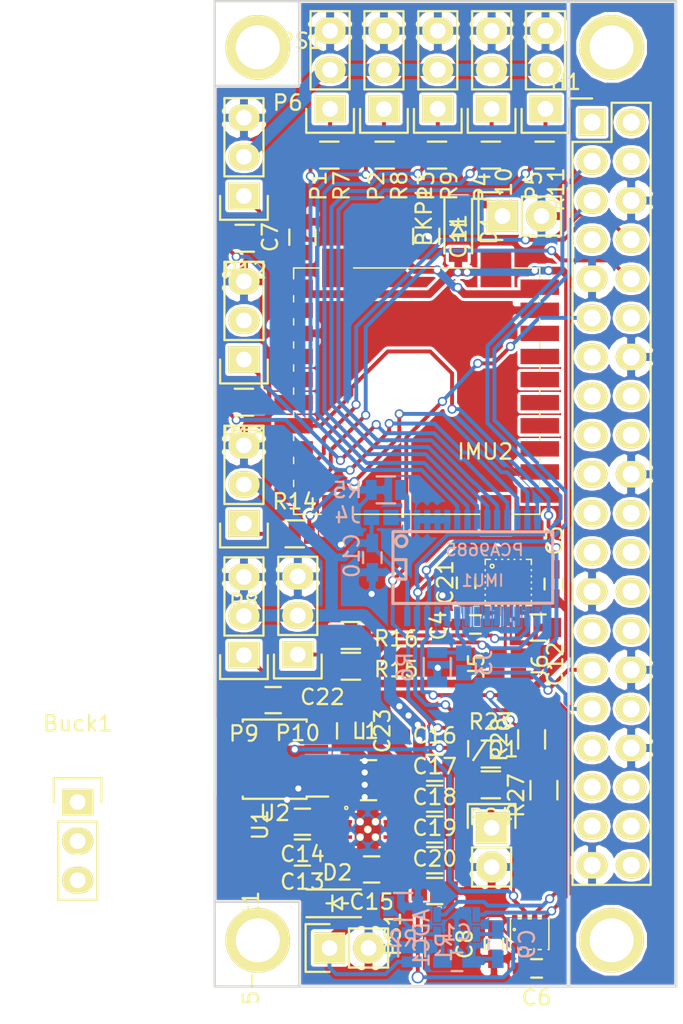
<source format=kicad_pcb>
(kicad_pcb (version 4) (host pcbnew 4.0.1-stable)
  (layers (0 F.Cu signal) (1 In1.Cu signal) (2 In2.Cu signal) (31 B.Cu signal) (34 B.Paste user) (35 F.Paste user) (36 B.SilkS user) (37 F.SilkS user) (38 B.Mask user) (39 F.Mask user) (44 Edge.Cuts user))
  (net 0 "")
  (net 1 "Net-(IMU1-Pad1)")
  (net 2 /PWM0)
  (net 3 /PWM1)
  (net 4 /PWM2)
  (net 5 /PWM3)
  (net 6 /PWM4)
  (net 7 /PWM5)
  (net 8 /PWM6)
  (net 9 "Net-(IMU1-Pad23)")
  (net 10 /PWM7)
  (net 11 /PWM9)
  (net 12 /PWM8)
  (net 13 "Net-(ADC1-Pad3)")
  (net 14 /RPI+3,3V)
  (net 15 /+5-SERVO)
  (net 16 /GND-SERVO)
  (net 17 /RPI-SDA)
  (net 18 /RPI-SCL)
  (net 19 /RPI-GPIO6)
  (net 20 /RPI-TX)
  (net 21 /RPI-RX)
  (net 22 /RPI-GPIO17)
  (net 23 /RPI-GPIO22)
  (net 24 /RPI-GPIO5)
  (net 25 "Net-(IMU1-Pad6)")
  (net 26 "Net-(IMU1-Pad7)")
  (net 27 "Net-(IMU1-Pad8)")
  (net 28 "Net-(IMU1-Pad9)")
  (net 29 "Net-(IMU1-Pad10)")
  (net 30 "Net-(IMU1-Pad11)")
  (net 31 "Net-(IMU1-Pad12)")
  (net 32 "Net-(IMU1-Pad17)")
  (net 33 "Net-(IMU1-Pad18)")
  (net 34 "Net-(IMU1-Pad19)")
  (net 35 "Net-(IMU1-Pad20)")
  (net 36 "Net-(IMU1-Pad21)")
  (net 37 "Net-(IMU1-Pad22)")
  (net 38 "Net-(IMU1-Pad13)")
  (net 39 "Net-(IMU1-Pad16)")
  (net 40 "Net-(IMU1-Pad15)")
  (net 41 /EXT+)
  (net 42 "Net-(BKP1-Pad1)")
  (net 43 "Net-(C12-Pad1)")
  (net 44 "Net-(IMU2-Pad9)")
  (net 45 "Net-(C4-Pad2)")
  (net 46 "Net-(C8-Pad2)")
  (net 47 "Net-(C13-Pad1)")
  (net 48 "Net-(C15-Pad1)")
  (net 49 "Net-(C21-Pad2)")
  (net 50 "Net-(L1-Pad2)")
  (net 51 "Net-(L1-Pad1)")
  (module Pin_Headers:Pin_Header_Straight_1x02 (layer F.Cu) (at 213.46 140.5 90)
    (fp_text reference 5-15out1 (at 0 -5.1 90) (layer F.SilkS))
    (fp_text value CONN_01X02)
    (pad 1 thru_hole rect (at 0 0 90) (size 2.032 2.032) (drill 1.016) (layers *.Cu *.Mask F.SilkS) (net 41 /EXT+))
    (pad 2 thru_hole oval (at 0 2.54 90) (size 2.032 2.032) (drill 1.016) (layers *.Cu *.Mask F.SilkS) (net 16 /GND-SERVO))
  )
  (module TSSOP28:SOT23A (layer B.Cu) (at 223 139.6 270)
    (fp_text reference ADC1 (at 0.254 3.556 270) (layer B.SilkS) (effects (justify mirror)))
    (fp_text value MCP3021)
    (pad 1 smd rect (at 0 0 270) (size 1 0.5) (layers B.Cu B.Paste B.Mask) (net 15 /+5-SERVO) (clearance 0.02))
    (pad 2 smd rect (at 0 1.27 270) (size 1 0.5) (layers B.Cu B.Paste B.Mask) (net 16 /GND-SERVO) (clearance 0.02))
    (pad 3 smd rect (at 0 2.54 270) (size 1 0.5) (layers B.Cu B.Paste B.Mask) (net 13 "Net-(ADC1-Pad3)") (clearance 0.02))
    (pad 4 smd rect (at -1.27 2.54 270) (size 1 0.5) (layers B.Cu B.Paste B.Mask) (net 17 /RPI-SDA) (clearance 0.02))
    (pad 5 smd rect (at -1.27 0 270) (size 1 0.5) (layers B.Cu B.Paste B.Mask) (net 18 /RPI-SCL) (clearance 0.02))
  )
  (module Pin_Headers:Pin_Header_Straight_1x02 (layer F.Cu) (at 224.7 92.96 90)
    (fp_text reference BKP1 (at 0 -5.1 90) (layer F.SilkS))
    (fp_text value CONN_01X02)
    (pad 1 thru_hole rect (at 0 0 90) (size 2.032 2.032) (drill 1.016) (layers *.Cu *.Mask F.SilkS) (net 42 "Net-(BKP1-Pad1)"))
    (pad 2 thru_hole oval (at 0 2.54 90) (size 2.032 2.032) (drill 1.016) (layers *.Cu *.Mask F.SilkS) (net 16 /GND-SERVO))
  )
  (module Pin_Headers:Pin_Header_Straight_1x03 (layer F.Cu) (at 197.09 131.02)
    (fp_text reference Buck1 (at 0 -5.1) (layer F.SilkS))
    (fp_text value CONN_01X03)
    (pad 1 thru_hole rect (at 0 0) (size 2.032 1.7272) (drill 1.016) (layers *.Cu *.Mask F.SilkS) (net 41 /EXT+))
    (pad 2 thru_hole oval (at 0 2.54) (size 2.032 1.7272) (drill 1.016) (layers *.Cu *.Mask F.SilkS) (net 16 /GND-SERVO))
    (pad 3 thru_hole oval (at 0 5.08) (size 2.032 1.7272) (drill 1.016) (layers *.Cu *.Mask F.SilkS) (net 15 /+5-SERVO))
  )
  (module Capacitors_SMD:C_0603_HandSoldering (layer B.Cu) (at 221.75 141.4 180)
    (fp_text reference C1 (at 0 1.9 180) (layer B.SilkS) (effects (justify mirror)))
    (fp_text value 100n)
    (pad 1 smd rect (at -0.95 0 180) (size 1.2 0.75) (layers B.Cu B.Paste B.Mask) (net 16 /GND-SERVO))
    (pad 2 smd rect (at 0.95 0 180) (size 1.2 0.75) (layers B.Cu B.Paste B.Mask) (net 13 "Net-(ADC1-Pad3)"))
  )
  (module Capacitors_SMD:C_0603_HandSoldering (layer F.Cu) (at 228.04 116.86 270)
    (fp_text reference C3 (at -2.825 -0.05 270) (layer F.SilkS))
    (fp_text value 100n)
    (pad 1 smd rect (at -0.95 0 270) (size 1.2 0.75) (layers F.Cu F.Paste F.Mask) (net 16 /GND-SERVO))
    (pad 2 smd rect (at 0.95 0 270) (size 1.2 0.75) (layers F.Cu F.Paste F.Mask) (net 14 /RPI+3,3V))
  )
  (module Capacitors_SMD:C_0603_HandSoldering (layer F.Cu) (at 222.94 119.485)
    (fp_text reference C4 (at -2.4 0.075 90) (layer F.SilkS))
    (fp_text value 100n)
    (pad 1 smd rect (at -0.95 0) (size 1.2 0.75) (layers F.Cu F.Paste F.Mask) (net 16 /GND-SERVO))
    (pad 2 smd rect (at 0.95 0) (size 1.2 0.75) (layers F.Cu F.Paste F.Mask) (net 45 "Net-(C4-Pad2)"))
  )
  (module Capacitors_SMD:C_0603_HandSoldering (layer F.Cu) (at 226.925 141.825 180)
    (fp_text reference C6 (at 0 -1.9 180) (layer F.SilkS))
    (fp_text value 100n)
    (pad 1 smd rect (at -0.95 0 180) (size 1.2 0.75) (layers F.Cu F.Paste F.Mask) (net 16 /GND-SERVO))
    (pad 2 smd rect (at 0.95 0 180) (size 1.2 0.75) (layers F.Cu F.Paste F.Mask) (net 14 /RPI+3,3V))
  )
  (module Capacitors_SMD:C_0805 (layer F.Cu) (at 211.7 94.33 90)
    (fp_text reference C7 (at 0 -2.1 90) (layer F.SilkS))
    (fp_text value C)
    (pad 1 smd rect (at -1 0 90) (size 1 1.25) (layers F.Cu F.Paste F.Mask) (net 14 /RPI+3,3V))
    (pad 2 smd rect (at 1 0 90) (size 1 1.25) (layers F.Cu F.Paste F.Mask) (net 16 /GND-SERVO))
  )
  (module Capacitors_SMD:C_0603_HandSoldering (layer F.Cu) (at 224.15 140.25 90)
    (fp_text reference C8 (at 0 -1.9 90) (layer F.SilkS))
    (fp_text value 100n)
    (pad 1 smd rect (at -0.95 0 90) (size 1.2 0.75) (layers F.Cu F.Paste F.Mask) (net 16 /GND-SERVO))
    (pad 2 smd rect (at 0.95 0 90) (size 1.2 0.75) (layers F.Cu F.Paste F.Mask) (net 46 "Net-(C8-Pad2)"))
  )
  (module Capacitors_SMD:C_0603_HandSoldering (layer B.Cu) (at 224.4 140.25 90)
    (fp_text reference C9 (at 0 1.9 90) (layer B.SilkS) (effects (justify mirror)))
    (fp_text value 100n)
    (pad 1 smd rect (at -0.95 0 90) (size 1.2 0.75) (layers B.Cu B.Paste B.Mask) (net 16 /GND-SERVO))
    (pad 2 smd rect (at 0.95 0 90) (size 1.2 0.75) (layers B.Cu B.Paste B.Mask) (net 15 /+5-SERVO))
  )
  (module Capacitors_SMD:C_0603_HandSoldering (layer B.Cu) (at 216.245 115.146466 90)
    (fp_text reference C10 (at 0.13 -1.34 90) (layer B.SilkS) (effects (justify mirror)))
    (fp_text value 100n)
    (pad 1 smd rect (at -0.95 0 90) (size 1.2 0.75) (layers B.Cu B.Paste B.Mask) (net 16 /GND-SERVO))
    (pad 2 smd rect (at 0.95 0 90) (size 1.2 0.75) (layers B.Cu B.Paste B.Mask) (net 15 /+5-SERVO))
  )
  (module Capacitors_SMD:C_0805 (layer F.Cu) (at 219.75 94.28 270)
    (fp_text reference C11 (at 0 -2.1 270) (layer F.SilkS))
    (fp_text value C)
    (pad 1 smd rect (at -1 0 270) (size 1 1.25) (layers F.Cu F.Paste F.Mask) (net 42 "Net-(BKP1-Pad1)"))
    (pad 2 smd rect (at 1 0 270) (size 1 1.25) (layers F.Cu F.Paste F.Mask) (net 16 /GND-SERVO))
  )
  (module Capacitors_SMD:C_0805 (layer F.Cu) (at 227.015 119.685)
    (fp_text reference C12 (at 1.125 2.375 90) (layer F.SilkS))
    (fp_text value 100n)
    (pad 1 smd rect (at -1 0) (size 1 1.25) (layers F.Cu F.Paste F.Mask) (net 43 "Net-(C12-Pad1)"))
    (pad 2 smd rect (at 1 0) (size 1 1.25) (layers F.Cu F.Paste F.Mask) (net 16 /GND-SERVO))
  )
  (module Capacitors_SMD:C_0805 (layer F.Cu) (at 211.7 134.3 180)
    (fp_text reference C13 (at 0 -1.9 180) (layer F.SilkS))
    (fp_text value 10u)
    (pad 1 smd rect (at -1 0 180) (size 1 1.25) (layers F.Cu F.Paste F.Mask) (net 47 "Net-(C13-Pad1)"))
    (pad 2 smd rect (at 1 0 180) (size 1 1.25) (layers F.Cu F.Paste F.Mask) (net 16 /GND-SERVO))
  )
  (module Capacitors_SMD:C_0805 (layer F.Cu) (at 211.7 132.3 180)
    (fp_text reference C14 (at 0 -2.1 180) (layer F.SilkS))
    (fp_text value 10u)
    (pad 1 smd rect (at -1 0 180) (size 1 1.25) (layers F.Cu F.Paste F.Mask) (net 47 "Net-(C13-Pad1)"))
    (pad 2 smd rect (at 1 0 180) (size 1 1.25) (layers F.Cu F.Paste F.Mask) (net 16 /GND-SERVO))
  )
  (module Capacitors_SMD:C_0805 (layer F.Cu) (at 216.2 135.4 180)
    (fp_text reference C15 (at 0 -2.1 180) (layer F.SilkS))
    (fp_text value 10u)
    (pad 1 smd rect (at -1 0 180) (size 1 1.25) (layers F.Cu F.Paste F.Mask) (net 48 "Net-(C15-Pad1)"))
    (pad 2 smd rect (at 1 0 180) (size 1 1.25) (layers F.Cu F.Paste F.Mask) (net 16 /GND-SERVO))
  )
  (module Capacitors_SMD:C_0805 (layer F.Cu) (at 220.3 128.8)
    (fp_text reference C16 (at 0 -2.1) (layer F.SilkS))
    (fp_text value 10u)
    (pad 1 smd rect (at -1 0) (size 1 1.25) (layers F.Cu F.Paste F.Mask) (net 15 /+5-SERVO))
    (pad 2 smd rect (at 1 0) (size 1 1.25) (layers F.Cu F.Paste F.Mask) (net 16 /GND-SERVO))
  )
  (module Capacitors_SMD:C_0805 (layer F.Cu) (at 220.3 130.8)
    (fp_text reference C17 (at 0 -2.1) (layer F.SilkS))
    (fp_text value 10u)
    (pad 1 smd rect (at -1 0) (size 1 1.25) (layers F.Cu F.Paste F.Mask) (net 15 /+5-SERVO))
    (pad 2 smd rect (at 1 0) (size 1 1.25) (layers F.Cu F.Paste F.Mask) (net 16 /GND-SERVO))
  )
  (module Capacitors_SMD:C_0805 (layer F.Cu) (at 220.3 132.8)
    (fp_text reference C18 (at 0 -2.1) (layer F.SilkS))
    (fp_text value 10u)
    (pad 1 smd rect (at -1 0) (size 1 1.25) (layers F.Cu F.Paste F.Mask) (net 15 /+5-SERVO))
    (pad 2 smd rect (at 1 0) (size 1 1.25) (layers F.Cu F.Paste F.Mask) (net 16 /GND-SERVO))
  )
  (module Capacitors_SMD:C_0805 (layer F.Cu) (at 220.3 134.8)
    (fp_text reference C19 (at 0 -2.1) (layer F.SilkS))
    (fp_text value 10u)
    (pad 1 smd rect (at -1 0) (size 1 1.25) (layers F.Cu F.Paste F.Mask) (net 15 /+5-SERVO))
    (pad 2 smd rect (at 1 0) (size 1 1.25) (layers F.Cu F.Paste F.Mask) (net 16 /GND-SERVO))
  )
  (module Capacitors_SMD:C_0805 (layer F.Cu) (at 220.3 136.8)
    (fp_text reference C20 (at 0 -2.1) (layer F.SilkS))
    (fp_text value 10u)
    (pad 1 smd rect (at -1 0) (size 1 1.25) (layers F.Cu F.Paste F.Mask) (net 15 /+5-SERVO))
    (pad 2 smd rect (at 1 0) (size 1 1.25) (layers F.Cu F.Paste F.Mask) (net 16 /GND-SERVO))
  )
  (module Capacitors_SMD:C_0603_HandSoldering (layer F.Cu) (at 222.34 116.785 90)
    (fp_text reference C21 (at 0.025 -1.35 90) (layer F.SilkS))
    (fp_text value 100n)
    (pad 1 smd rect (at -0.95 0 90) (size 1.2 0.75) (layers F.Cu F.Paste F.Mask) (net 16 /GND-SERVO))
    (pad 2 smd rect (at 0.95 0 90) (size 1.2 0.75) (layers F.Cu F.Paste F.Mask) (net 49 "Net-(C21-Pad2)"))
  )
  (module Capacitors_SMD:C_0805 (layer F.Cu) (at 209.8 124.4)
    (fp_text reference C22 (at 3.2 -0.2) (layer F.SilkS))
    (fp_text value 10u)
    (pad 1 smd rect (at -1 0) (size 1 1.25) (layers F.Cu F.Paste F.Mask) (net 14 /RPI+3,3V))
    (pad 2 smd rect (at 1 0) (size 1 1.25) (layers F.Cu F.Paste F.Mask) (net 16 /GND-SERVO))
  )
  (module Capacitors_SMD:C_0805 (layer F.Cu) (at 214.8 126.4 270)
    (fp_text reference C23 (at 0 -2.1 270) (layer F.SilkS))
    (fp_text value 10u)
    (pad 1 smd rect (at -1 0 270) (size 1 1.25) (layers F.Cu F.Paste F.Mask) (net 15 /+5-SERVO))
    (pad 2 smd rect (at 1 0 270) (size 1 1.25) (layers F.Cu F.Paste F.Mask) (net 16 /GND-SERVO))
  )
  (module Diodes_SMD:SOD-123 (layer F.Cu) (at 221.83 93.845 270)
    (fp_text reference D1 (at 0 -2 270) (layer F.SilkS))
    (fp_text value D)
    (pad 1 smd rect (at -1.635 0 270) (size 0.91 1.22) (layers F.Cu F.Paste F.Mask) (net 42 "Net-(BKP1-Pad1)"))
    (pad 2 smd rect (at 1.635 0 270) (size 0.91 1.22) (layers F.Cu F.Paste F.Mask) (net 14 /RPI+3,3V))
  )
  (module Diodes_SMD:SOD-123 (layer F.Cu) (at 213.965 137.6)
    (fp_text reference D2 (at 0 -2) (layer F.SilkS))
    (fp_text value D)
    (pad 1 smd rect (at -1.635 0) (size 0.91 1.22) (layers F.Cu F.Paste F.Mask) (net 47 "Net-(C13-Pad1)"))
    (pad 2 smd rect (at 1.635 0) (size 0.91 1.22) (layers F.Cu F.Paste F.Mask) (net 41 /EXT+))
  )
  (module TSSOP28:GUS-custimezed (layer F.Cu) (at 211.13 97.58)
    (fp_text reference GPS1 (at 0 -16) (layer F.SilkS))
    (fp_text value "gus-u1616(GPS)")
    (pad 1 smd rect (at 0 0) (size 2.5 1) (layers F.Cu F.Paste F.Mask) (net 14 /RPI+3,3V))
    (pad 2 smd rect (at 0 1.5) (size 2.5 1) (layers F.Cu F.Paste F.Mask))
    (pad 3 smd rect (at 0 3) (size 2.5 1) (layers F.Cu F.Paste F.Mask) (net 16 /GND-SERVO))
    (pad 4 smd rect (at 0 4.5) (size 2.5 1) (layers F.Cu F.Paste F.Mask))
    (pad 5 smd rect (at 0 6) (size 2.5 1) (layers F.Cu F.Paste F.Mask))
    (pad 6 smd rect (at 0 7.5) (size 2.5 1) (layers F.Cu F.Paste F.Mask))
    (pad 7 smd rect (at 0 9) (size 2.5 1) (layers F.Cu F.Paste F.Mask) (net 19 /RPI-GPIO6))
    (pad 8 smd rect (at 0 10.5) (size 2.5 1) (layers F.Cu F.Paste F.Mask) (net 16 /GND-SERVO))
    (pad 9 smd rect (at 0 12) (size 2.5 1) (layers F.Cu F.Paste F.Mask) (net 20 /RPI-TX))
    (pad 10 smd rect (at 0 13.5) (size 2.5 1) (layers F.Cu F.Paste F.Mask) (net 21 /RPI-RX))
    (pad 11 smd rect (at 16 13.5) (size 2.5 1) (layers F.Cu F.Paste F.Mask))
    (pad 12 smd rect (at 16 12) (size 2.5 1) (layers F.Cu F.Paste F.Mask) (net 16 /GND-SERVO))
    (pad 13 smd rect (at 16 10.5) (size 2.5 1) (layers F.Cu F.Paste F.Mask))
    (pad 14 smd rect (at 16 9) (size 2.5 1) (layers F.Cu F.Paste F.Mask))
    (pad 15 smd rect (at 16 7.5) (size 2.5 1) (layers F.Cu F.Paste F.Mask))
    (pad 16 smd rect (at 16 6) (size 2.5 1) (layers F.Cu F.Paste F.Mask))
    (pad 17 smd rect (at 16 4.5) (size 2.5 1) (layers F.Cu F.Paste F.Mask))
    (pad 18 smd rect (at 16 3) (size 2.5 1) (layers F.Cu F.Paste F.Mask))
    (pad 19 smd rect (at 16 1.5) (size 2.5 1) (layers F.Cu F.Paste F.Mask) (net 16 /GND-SERVO))
    (pad 20 smd rect (at 16 0) (size 2.5 1) (layers F.Cu F.Paste F.Mask) (net 42 "Net-(BKP1-Pad1)"))
    (pad "" smd rect (at 2.85 -1.25) (size 2 2.5) (layers F.Cu F.Paste F.Mask))
    (pad "" smd rect (at 2.85 14.75) (size 2 2.5) (layers F.Cu F.Paste F.Mask))
    (pad "" smd rect (at 13.15 -1.25) (size 2 2.5) (layers F.Cu F.Paste F.Mask))
    (pad "" smd rect (at 13.15 14.75) (size 2 2.5) (layers F.Cu F.Paste F.Mask))
    (pad "" np_thru_hole circle (at 8 6) (size 3 3) (drill 3) (layers *.Cu *.Mask F.SilkS))
  )
  (module Pin_Headers:Pin_Header_Straight_1x02 (layer F.Cu) (at 224 132.7)
    (fp_text reference I/O1 (at 0 -5.1) (layer F.SilkS))
    (fp_text value CONN_01X02)
    (pad 1 thru_hole rect (at 0 0) (size 2.032 2.032) (drill 1.016) (layers *.Cu *.Mask F.SilkS) (net 22 /RPI-GPIO17))
    (pad 2 thru_hole oval (at 0 2.54) (size 2.032 2.032) (drill 1.016) (layers *.Cu *.Mask F.SilkS) (net 16 /GND-SERVO))
  )
  (module TSSOP28:TSSOIC28 (layer B.Cu) (at 222.76876 115.806866)
    (fp_text reference IMU1 (at 0.65024 0.83312) (layer B.SilkS) (effects (font (size 0.762 0.762) (thickness 0.127)) (justify mirror)))
    (fp_text value PCA9685 (at 0.77216 -1.15824) (layer B.SilkS) (effects (font (size 0.762 0.762) (thickness 0.127)) (justify mirror)))
    (pad 1 smd rect (at -4.25196 -3.12928) (size 0.4064 1.27) (layers B.Cu B.Paste B.Mask) (net 1 "Net-(IMU1-Pad1)") (clearance 0.02))
    (pad 2 smd rect (at -3.61696 -3.12928) (size 0.4064 1.27) (layers B.Cu B.Paste B.Mask) (net 16 /GND-SERVO) (clearance 0.02))
    (pad 3 smd rect (at -2.95656 -3.12928) (size 0.4064 1.27) (layers B.Cu B.Paste B.Mask) (net 16 /GND-SERVO) (clearance 0.02))
    (pad 4 smd rect (at -2.29616 -3.12928) (size 0.4064 1.27) (layers B.Cu B.Paste B.Mask) (net 16 /GND-SERVO) (clearance 0.02))
    (pad 5 smd rect (at -1.66116 -3.12928) (size 0.4064 1.27) (layers B.Cu B.Paste B.Mask) (net 16 /GND-SERVO) (clearance 0.02))
    (pad 6 smd rect (at -1.00076 -3.12928) (size 0.4064 1.27) (layers B.Cu B.Paste B.Mask) (net 25 "Net-(IMU1-Pad6)") (clearance 0.02))
    (pad 7 smd rect (at -0.34036 -3.12928) (size 0.4064 1.27) (layers B.Cu B.Paste B.Mask) (net 26 "Net-(IMU1-Pad7)") (clearance 0.02))
    (pad 8 smd rect (at 0.29464 -3.12928) (size 0.4064 1.27) (layers B.Cu B.Paste B.Mask) (net 27 "Net-(IMU1-Pad8)") (clearance 0.02))
    (pad 9 smd rect (at 0.95504 -3.12928) (size 0.4064 1.27) (layers B.Cu B.Paste B.Mask) (net 28 "Net-(IMU1-Pad9)") (clearance 0.02))
    (pad 10 smd rect (at 1.59004 -3.12928) (size 0.4064 1.27) (layers B.Cu B.Paste B.Mask) (net 29 "Net-(IMU1-Pad10)") (clearance 0.02))
    (pad 11 smd rect (at 2.25044 -3.12928) (size 0.4064 1.27) (layers B.Cu B.Paste B.Mask) (net 30 "Net-(IMU1-Pad11)") (clearance 0.02))
    (pad 12 smd rect (at 2.91084 -3.12928) (size 0.4064 1.27) (layers B.Cu B.Paste B.Mask) (net 31 "Net-(IMU1-Pad12)") (clearance 0.02))
    (pad 17 smd rect (at 2.90576 3.1496) (size 0.4064 1.27) (layers B.Cu B.Paste B.Mask) (net 32 "Net-(IMU1-Pad17)") (clearance 0.02))
    (pad 18 smd rect (at 2.25044 3.1496) (size 0.4064 1.27) (layers B.Cu B.Paste B.Mask) (net 33 "Net-(IMU1-Pad18)") (clearance 0.02))
    (pad 19 smd rect (at 1.59004 3.1496) (size 0.4064 1.27) (layers B.Cu B.Paste B.Mask) (net 34 "Net-(IMU1-Pad19)") (clearance 0.02))
    (pad 20 smd rect (at 0.95504 3.1496) (size 0.4064 1.27) (layers B.Cu B.Paste B.Mask) (net 35 "Net-(IMU1-Pad20)") (clearance 0.02))
    (pad 21 smd rect (at 0.29464 3.1496) (size 0.4064 1.27) (layers B.Cu B.Paste B.Mask) (net 36 "Net-(IMU1-Pad21)") (clearance 0.02))
    (pad 22 smd rect (at -0.34036 3.1496) (size 0.4064 1.27) (layers B.Cu B.Paste B.Mask) (net 37 "Net-(IMU1-Pad22)") (clearance 0.02))
    (pad 23 smd rect (at -1.00076 3.1496) (size 0.4064 1.27) (layers B.Cu B.Paste B.Mask) (net 9 "Net-(IMU1-Pad23)") (clearance 0.02))
    (pad 24 smd rect (at -1.66116 3.1496) (size 0.4064 1.27) (layers B.Cu B.Paste B.Mask) (net 16 /GND-SERVO) (clearance 0.02))
    (pad 25 smd rect (at -2.29616 3.1496) (size 0.4064 1.27) (layers B.Cu B.Paste B.Mask) (net 16 /GND-SERVO) (clearance 0.02))
    (pad 26 smd rect (at -2.95656 3.1496) (size 0.4064 1.27) (layers B.Cu B.Paste B.Mask) (net 18 /RPI-SCL) (clearance 0.02))
    (pad 27 smd rect (at -3.61696 3.1496) (size 0.4064 1.27) (layers B.Cu B.Paste B.Mask) (net 17 /RPI-SDA) (clearance 0.02))
    (pad 28 smd rect (at -4.25196 3.1496) (size 0.4064 1.27) (layers B.Cu B.Paste B.Mask) (net 15 /+5-SERVO) (clearance 0.02))
    (pad 13 smd rect (at 3.556 -3.12928) (size 0.4064 1.27) (layers B.Cu B.Paste B.Mask) (net 38 "Net-(IMU1-Pad13)") (clearance 0.02))
    (pad 14 smd rect (at 4.20624 -3.12928) (size 0.4064 1.27) (layers B.Cu B.Paste B.Mask) (net 16 /GND-SERVO) (clearance 0.02))
    (pad 16 smd rect (at 3.556 3.1496) (size 0.4064 1.27) (layers B.Cu B.Paste B.Mask) (net 39 "Net-(IMU1-Pad16)") (clearance 0.02))
    (pad 15 smd rect (at 4.20624 3.1496) (size 0.4064 1.27) (layers B.Cu B.Paste B.Mask) (net 40 "Net-(IMU1-Pad15)") (clearance 0.02))
  )
  (module TSSOP28:3X3X1QFN (layer F.Cu) (at 223.585 115.26)
    (fp_text reference IMU2 (at 0 -7) (layer F.SilkS))
    (fp_text value MPU-9250_IMU)
    (pad 19 smd rect (at 2.5 -0.08) (size 0.2 0.45) (layers F.Cu F.Paste F.Mask) (clearance 0.02))
    (pad 20 smd rect (at 2.1 -0.08) (size 0.2 0.45) (layers F.Cu F.Paste F.Mask) (net 16 /GND-SERVO) (clearance 0.02))
    (pad 21 smd rect (at 1.7 -0.08) (size 0.2 0.45) (layers F.Cu F.Paste F.Mask) (clearance 0.02))
    (pad 22 smd rect (at 1.3 -0.08) (size 0.2 0.45) (layers F.Cu F.Paste F.Mask) (clearance 0.02))
    (pad 23 smd rect (at 0.9 -0.08) (size 0.2 0.45) (layers F.Cu F.Paste F.Mask) (net 18 /RPI-SCL) (clearance 0.02))
    (pad 24 smd rect (at 0.5 -0.08) (size 0.2 0.45) (layers F.Cu F.Paste F.Mask) (net 17 /RPI-SDA) (clearance 0.02))
    (pad 13 smd rect (at 3.08 2.5) (size 0.45 0.2) (layers F.Cu F.Paste F.Mask) (net 14 /RPI+3,3V) (clearance 0.02))
    (pad 14 smd rect (at 3.08 2.1) (size 0.45 0.2) (layers F.Cu F.Paste F.Mask) (clearance 0.02))
    (pad 15 smd rect (at 3.08 1.7) (size 0.45 0.2) (layers F.Cu F.Paste F.Mask) (clearance 0.02))
    (pad 16 smd rect (at 3.08 1.3) (size 0.45 0.2) (layers F.Cu F.Paste F.Mask) (clearance 0.02))
    (pad 17 smd rect (at 3.08 0.9) (size 0.45 0.2) (layers F.Cu F.Paste F.Mask) (clearance 0.02))
    (pad 18 smd rect (at 3.08 0.5) (size 0.45 0.2) (layers F.Cu F.Paste F.Mask) (net 16 /GND-SERVO) (clearance 0.02))
    (pad 1 smd rect (at -0.08 0.5) (size 0.45 0.2) (layers F.Cu F.Paste F.Mask) (net 49 "Net-(C21-Pad2)") (clearance 0.02))
    (pad 2 smd rect (at -0.08 0.9) (size 0.45 0.2) (layers F.Cu F.Paste F.Mask) (clearance 0.02))
    (pad 3 smd rect (at -0.08 1.3) (size 0.45 0.2) (layers F.Cu F.Paste F.Mask) (clearance 0.02))
    (pad 4 smd rect (at -0.08 1.7) (size 0.45 0.2) (layers F.Cu F.Paste F.Mask) (clearance 0.02))
    (pad 5 smd rect (at -0.08 2.1) (size 0.45 0.2) (layers F.Cu F.Paste F.Mask) (clearance 0.02))
    (pad 6 smd rect (at -0.08 2.5) (size 0.45 0.2) (layers F.Cu F.Paste F.Mask) (clearance 0.02))
    (pad 7 smd rect (at 0.5 3.08) (size 0.2 0.45) (layers F.Cu F.Paste F.Mask) (clearance 0.02))
    (pad 8 smd rect (at 0.9 3.08) (size 0.2 0.45) (layers F.Cu F.Paste F.Mask) (net 45 "Net-(C4-Pad2)") (clearance 0.02))
    (pad 9 smd rect (at 1.3 3.08) (size 0.2 0.45) (layers F.Cu F.Paste F.Mask) (net 44 "Net-(IMU2-Pad9)") (clearance 0.02))
    (pad 10 smd rect (at 1.7 3.08) (size 0.2 0.45) (layers F.Cu F.Paste F.Mask) (net 43 "Net-(C12-Pad1)") (clearance 0.02))
    (pad 11 smd rect (at 2.1 3.08) (size 0.2 0.45) (layers F.Cu F.Paste F.Mask) (clearance 0.02))
    (pad 12 smd rect (at 2.5 3.08) (size 0.2 0.45) (layers F.Cu F.Paste F.Mask) (clearance 0.02))
  )
  (module TSSOP28:FIXED_JUMPER (layer B.Cu) (at 222.185 121.981466 270)
    (fp_text reference J3 (at 0 -1.3335 270) (layer B.SilkS) (effects (justify mirror)))
    (fp_text value FJ)
    (pad 1 smd rect (at 0.635 0 270) (size 1 1) (layers B.Cu B.Paste B.Mask) (net 24 /RPI-GPIO5))
    (pad 2 smd rect (at -0.635 0 270) (size 1 1) (layers B.Cu B.Paste B.Mask) (net 9 "Net-(IMU1-Pad23)"))
  )
  (module TSSOP28:FIXED_JUMPER (layer B.Cu) (at 216.83 112.536466 180)
    (fp_text reference J4 (at 2.185 0.14 180) (layer B.SilkS) (effects (justify mirror)))
    (fp_text value FJ)
    (pad 1 smd rect (at 0.635 0 180) (size 1 1) (layers B.Cu B.Paste B.Mask) (net 15 /+5-SERVO))
    (pad 2 smd rect (at -0.635 0 180) (size 1 1) (layers B.Cu B.Paste B.Mask) (net 1 "Net-(IMU1-Pad1)"))
  )
  (module TSSOP28:FIXED_JUMPER (layer F.Cu) (at 224.34 122.17 270)
    (fp_text reference J5 (at 0 1.3335 270) (layer F.SilkS))
    (fp_text value FJ)
    (pad 1 smd rect (at 0.635 0 270) (size 1 1) (layers F.Cu F.Paste F.Mask) (net 14 /RPI+3,3V))
    (pad 2 smd rect (at -0.635 0 270) (size 1 1) (layers F.Cu F.Paste F.Mask) (net 44 "Net-(IMU2-Pad9)"))
  )
  (module TSSOP28:FIXED_JUMPER (layer F.Cu) (at 225.74 122.175 270)
    (fp_text reference J6 (at 0.085 -1.4 270) (layer F.SilkS))
    (fp_text value FJ)
    (pad 1 smd rect (at 0.635 0 270) (size 1 1) (layers F.Cu F.Paste F.Mask) (net 16 /GND-SERVO))
    (pad 2 smd rect (at -0.635 0 270) (size 1 1) (layers F.Cu F.Paste F.Mask) (net 44 "Net-(IMU2-Pad9)"))
  )
  (module Inductors_NEOSID:Neosid_Inductor_SM-NE30_SMD1210 (layer F.Cu) (at 215.9998 129.6)
    (fp_text reference L1 (at -0.20066 -3.2004) (layer F.SilkS))
    (fp_text value 1uH)
    (pad 2 smd rect (at 1.6002 0) (size 1.00076 1.89992) (layers F.Cu F.Paste F.Mask) (net 50 "Net-(L1-Pad2)"))
    (pad 1 smd rect (at -1.6002 0) (size 1.00076 1.89992) (layers F.Cu F.Paste F.Mask) (net 51 "Net-(L1-Pad1)"))
  )
  (module Pin_Headers:Pin_Header_Straight_1x03 (layer F.Cu) (at 213.5 86 180)
    (fp_text reference P1 (at 0.75 -5 270) (layer F.SilkS))
    (fp_text value CONN_01X03)
    (pad 1 thru_hole rect (at 0 0 180) (size 2.032 1.7272) (drill 1.016) (layers *.Cu *.Mask F.SilkS) (net 2 /PWM0))
    (pad 2 thru_hole oval (at 0 2.54 180) (size 2.032 1.7272) (drill 1.016) (layers *.Cu *.Mask F.SilkS) (net 15 /+5-SERVO))
    (pad 3 thru_hole oval (at 0 5.08 180) (size 2.032 1.7272) (drill 1.016) (layers *.Cu *.Mask F.SilkS) (net 16 /GND-SERVO))
  )
  (module Pin_Headers:Pin_Header_Straight_1x03 (layer F.Cu) (at 217 86 180)
    (fp_text reference P2 (at 0.5 -5 270) (layer F.SilkS))
    (fp_text value CONN_01X03)
    (pad 1 thru_hole rect (at 0 0 180) (size 2.032 1.7272) (drill 1.016) (layers *.Cu *.Mask F.SilkS) (net 3 /PWM1))
    (pad 2 thru_hole oval (at 0 2.54 180) (size 2.032 1.7272) (drill 1.016) (layers *.Cu *.Mask F.SilkS) (net 15 /+5-SERVO))
    (pad 3 thru_hole oval (at 0 5.08 180) (size 2.032 1.7272) (drill 1.016) (layers *.Cu *.Mask F.SilkS) (net 16 /GND-SERVO))
  )
  (module Pin_Headers:Pin_Header_Straight_1x03 (layer F.Cu) (at 220.5 86 180)
    (fp_text reference P3 (at 0.75 -5 270) (layer F.SilkS))
    (fp_text value CONN_01X03)
    (pad 1 thru_hole rect (at 0 0 180) (size 2.032 1.7272) (drill 1.016) (layers *.Cu *.Mask F.SilkS) (net 4 /PWM2))
    (pad 2 thru_hole oval (at 0 2.54 180) (size 2.032 1.7272) (drill 1.016) (layers *.Cu *.Mask F.SilkS) (net 15 /+5-SERVO))
    (pad 3 thru_hole oval (at 0 5.08 180) (size 2.032 1.7272) (drill 1.016) (layers *.Cu *.Mask F.SilkS) (net 16 /GND-SERVO))
  )
  (module Pin_Headers:Pin_Header_Straight_1x03 (layer F.Cu) (at 224 86 180)
    (fp_text reference P4 (at 0.6 -5.1 270) (layer F.SilkS))
    (fp_text value CONN_01X03)
    (pad 1 thru_hole rect (at 0 0 180) (size 2.032 1.7272) (drill 1.016) (layers *.Cu *.Mask F.SilkS) (net 5 /PWM3))
    (pad 2 thru_hole oval (at 0 2.54 180) (size 2.032 1.7272) (drill 1.016) (layers *.Cu *.Mask F.SilkS) (net 15 /+5-SERVO))
    (pad 3 thru_hole oval (at 0 5.08 180) (size 2.032 1.7272) (drill 1.016) (layers *.Cu *.Mask F.SilkS) (net 16 /GND-SERVO))
  )
  (module Pin_Headers:Pin_Header_Straight_1x03 (layer F.Cu) (at 227.5 86 180)
    (fp_text reference P5 (at 0.75 -5 270) (layer F.SilkS))
    (fp_text value CONN_01X03)
    (pad 1 thru_hole rect (at 0 0 180) (size 2.032 1.7272) (drill 1.016) (layers *.Cu *.Mask F.SilkS) (net 6 /PWM4))
    (pad 2 thru_hole oval (at 0 2.54 180) (size 2.032 1.7272) (drill 1.016) (layers *.Cu *.Mask F.SilkS) (net 15 /+5-SERVO))
    (pad 3 thru_hole oval (at 0 5.08 180) (size 2.032 1.7272) (drill 1.016) (layers *.Cu *.Mask F.SilkS) (net 16 /GND-SERVO))
  )
  (module Pin_Headers:Pin_Header_Straight_1x03 (layer F.Cu) (at 207.9 91.65 180)
    (fp_text reference P6 (at -2.85 6.05 180) (layer F.SilkS))
    (fp_text value CONN_01X03)
    (pad 1 thru_hole rect (at 0 0 180) (size 2.032 1.7272) (drill 1.016) (layers *.Cu *.Mask F.SilkS) (net 7 /PWM5))
    (pad 2 thru_hole oval (at 0 2.54 180) (size 2.032 1.7272) (drill 1.016) (layers *.Cu *.Mask F.SilkS) (net 15 /+5-SERVO))
    (pad 3 thru_hole oval (at 0 5.08 180) (size 2.032 1.7272) (drill 1.016) (layers *.Cu *.Mask F.SilkS) (net 16 /GND-SERVO))
  )
  (module Pin_Headers:Pin_Header_Straight_1x03 (layer F.Cu) (at 207.9 102.28 180)
    (fp_text reference P7 (at 0 -5.1 180) (layer F.SilkS))
    (fp_text value CONN_01X03)
    (pad 1 thru_hole rect (at 0 0 180) (size 2.032 1.7272) (drill 1.016) (layers *.Cu *.Mask F.SilkS) (net 8 /PWM6))
    (pad 2 thru_hole oval (at 0 2.54 180) (size 2.032 1.7272) (drill 1.016) (layers *.Cu *.Mask F.SilkS) (net 15 /+5-SERVO))
    (pad 3 thru_hole oval (at 0 5.08 180) (size 2.032 1.7272) (drill 1.016) (layers *.Cu *.Mask F.SilkS) (net 16 /GND-SERVO))
  )
  (module Pin_Headers:Pin_Header_Straight_1x03 (layer F.Cu) (at 207.9 112.93 180)
    (fp_text reference P8 (at 0 -5.1 180) (layer F.SilkS))
    (fp_text value CONN_01X03)
    (pad 1 thru_hole rect (at 0 0 180) (size 2.032 1.7272) (drill 1.016) (layers *.Cu *.Mask F.SilkS) (net 10 /PWM7))
    (pad 2 thru_hole oval (at 0 2.54 180) (size 2.032 1.7272) (drill 1.016) (layers *.Cu *.Mask F.SilkS) (net 15 /+5-SERVO))
    (pad 3 thru_hole oval (at 0 5.08 180) (size 2.032 1.7272) (drill 1.016) (layers *.Cu *.Mask F.SilkS) (net 16 /GND-SERVO))
  )
  (module Pin_Headers:Pin_Header_Straight_1x03 (layer F.Cu) (at 207.9 121.48 180)
    (fp_text reference P9 (at 0 -5.1 180) (layer F.SilkS))
    (fp_text value CONN_01X03)
    (pad 1 thru_hole rect (at 0 0 180) (size 2.032 1.7272) (drill 1.016) (layers *.Cu *.Mask F.SilkS) (net 12 /PWM8))
    (pad 2 thru_hole oval (at 0 2.54 180) (size 2.032 1.7272) (drill 1.016) (layers *.Cu *.Mask F.SilkS) (net 15 /+5-SERVO))
    (pad 3 thru_hole oval (at 0 5.08 180) (size 2.032 1.7272) (drill 1.016) (layers *.Cu *.Mask F.SilkS) (net 16 /GND-SERVO))
  )
  (module Pin_Headers:Pin_Header_Straight_1x03 (layer F.Cu) (at 211.4 121.44 180)
    (fp_text reference P10 (at 0 -5.1 180) (layer F.SilkS))
    (fp_text value CONN_01X03)
    (pad 1 thru_hole rect (at 0 0 180) (size 2.032 1.7272) (drill 1.016) (layers *.Cu *.Mask F.SilkS) (net 11 /PWM9))
    (pad 2 thru_hole oval (at 0 2.54 180) (size 2.032 1.7272) (drill 1.016) (layers *.Cu *.Mask F.SilkS) (net 15 /+5-SERVO))
    (pad 3 thru_hole oval (at 0 5.08 180) (size 2.032 1.7272) (drill 1.016) (layers *.Cu *.Mask F.SilkS) (net 16 /GND-SERVO))
  )
  (module TSSOP28:BMP280 (layer F.Cu) (at 226.475 139.6 90)
    (fp_text reference PS1 (at 0 -8.89 90) (layer F.SilkS))
    (fp_text value BMP280)
    (pad 4 smd rect (at 0.9 0.975 90) (size 0.7 0.35) (layers F.Cu F.Paste F.Mask) (net 18 /RPI-SCL) (clearance 0.02))
    (pad 1 smd rect (at 0.9 -0.975 90) (size 0.7 0.35) (layers F.Cu F.Paste F.Mask) (net 16 /GND-SERVO) (clearance 0.02))
    (pad 3 smd rect (at 0.9 0.325 90) (size 0.7 0.35) (layers F.Cu F.Paste F.Mask) (net 17 /RPI-SDA) (clearance 0.02))
    (pad 2 smd rect (at 0.9 -0.325 90) (size 0.7 0.35) (layers F.Cu F.Paste F.Mask) (net 14 /RPI+3,3V) (clearance 0.02))
    (pad 8 smd rect (at -0.9 -0.975 90) (size 0.7 0.35) (layers F.Cu F.Paste F.Mask) (net 46 "Net-(C8-Pad2)") (clearance 0.02))
    (pad 7 smd rect (at -0.9 -0.325 90) (size 0.7 0.35) (layers F.Cu F.Paste F.Mask) (net 16 /GND-SERVO) (clearance 0.02))
    (pad 6 smd rect (at -0.9 0.325 90) (size 0.7 0.35) (layers F.Cu F.Paste F.Mask) (net 14 /RPI+3,3V) (clearance 0.02))
    (pad 5 smd rect (at -0.9 0.975 90) (size 0.7 0.35) (layers F.Cu F.Paste F.Mask) (net 16 /GND-SERVO) (clearance 0.02))
  )
  (module Resistors_SMD:R_0805 (layer B.Cu) (at 218.8 140.45 90)
    (fp_text reference R1 (at 0 2.1 90) (layer B.SilkS) (effects (justify mirror)))
    (fp_text value R)
    (pad 1 smd rect (at -0.95 0 90) (size 0.7 1.3) (layers B.Cu B.Paste B.Mask) (net 41 /EXT+))
    (pad 2 smd rect (at 0.95 0 90) (size 0.7 1.3) (layers B.Cu B.Paste B.Mask) (net 13 "Net-(ADC1-Pad3)"))
  )
  (module Resistors_SMD:R_0805 (layer B.Cu) (at 218.25 137.8)
    (fp_text reference R2 (at 0 2.1) (layer B.SilkS) (effects (justify mirror)))
    (fp_text value R)
    (pad 1 smd rect (at -0.95 0) (size 0.7 1.3) (layers B.Cu B.Paste B.Mask) (net 13 "Net-(ADC1-Pad3)"))
    (pad 2 smd rect (at 0.95 0) (size 0.7 1.3) (layers B.Cu B.Paste B.Mask) (net 16 /GND-SERVO))
  )
  (module Resistors_SMD:R_0805 (layer B.Cu) (at 217.125 110.746466 180)
    (fp_text reference R5 (at 2.51 -0.02 180) (layer B.SilkS) (effects (justify mirror)))
    (fp_text value R)
    (pad 1 smd rect (at -0.95 0 180) (size 0.7 1.3) (layers B.Cu B.Paste B.Mask) (net 1 "Net-(IMU1-Pad1)"))
    (pad 2 smd rect (at 0.95 0 180) (size 0.7 1.3) (layers B.Cu B.Paste B.Mask) (net 16 /GND-SERVO))
  )
  (module Resistors_SMD:R_0805 (layer B.Cu) (at 220.465 122.256466 270)
    (fp_text reference R6 (at 0 2.1 270) (layer B.SilkS) (effects (justify mirror)))
    (fp_text value R)
    (pad 1 smd rect (at -0.95 0 270) (size 0.7 1.3) (layers B.Cu B.Paste B.Mask) (net 9 "Net-(IMU1-Pad23)"))
    (pad 2 smd rect (at 0.95 0 270) (size 0.7 1.3) (layers B.Cu B.Paste B.Mask) (net 16 /GND-SERVO))
  )
  (module Resistors_SMD:R_0805 (layer F.Cu) (at 213.45 89 180)
    (fp_text reference R7 (at -0.8 -2 270) (layer F.SilkS))
    (fp_text value 220R)
    (pad 1 smd rect (at -0.95 0 180) (size 0.7 1.3) (layers F.Cu F.Paste F.Mask) (net 2 /PWM0))
    (pad 2 smd rect (at 0.95 0 180) (size 0.7 1.3) (layers F.Cu F.Paste F.Mask) (net 25 "Net-(IMU1-Pad6)"))
  )
  (module Resistors_SMD:R_0805 (layer F.Cu) (at 217.05 89 180)
    (fp_text reference R8 (at -0.95 -2 270) (layer F.SilkS))
    (fp_text value 220R)
    (pad 1 smd rect (at -0.95 0 180) (size 0.7 1.3) (layers F.Cu F.Paste F.Mask) (net 3 /PWM1))
    (pad 2 smd rect (at 0.95 0 180) (size 0.7 1.3) (layers F.Cu F.Paste F.Mask) (net 26 "Net-(IMU1-Pad7)"))
  )
  (module Resistors_SMD:R_0805 (layer F.Cu) (at 220.45 89 180)
    (fp_text reference R9 (at -0.8 -2 270) (layer F.SilkS))
    (fp_text value 220R)
    (pad 1 smd rect (at -0.95 0 180) (size 0.7 1.3) (layers F.Cu F.Paste F.Mask) (net 4 /PWM2))
    (pad 2 smd rect (at 0.95 0 180) (size 0.7 1.3) (layers F.Cu F.Paste F.Mask) (net 27 "Net-(IMU1-Pad8)"))
  )
  (module Resistors_SMD:R_0805 (layer F.Cu) (at 223.95 89 180)
    (fp_text reference R10 (at -0.85 -2.25 270) (layer F.SilkS))
    (fp_text value 220R)
    (pad 1 smd rect (at -0.95 0 180) (size 0.7 1.3) (layers F.Cu F.Paste F.Mask) (net 5 /PWM3))
    (pad 2 smd rect (at 0.95 0 180) (size 0.7 1.3) (layers F.Cu F.Paste F.Mask) (net 28 "Net-(IMU1-Pad9)"))
  )
  (module Resistors_SMD:R_0805 (layer F.Cu) (at 227.45 89 180)
    (fp_text reference R11 (at -0.75 -2.25 270) (layer F.SilkS))
    (fp_text value 220R)
    (pad 1 smd rect (at -0.95 0 180) (size 0.7 1.3) (layers F.Cu F.Paste F.Mask) (net 6 /PWM4))
    (pad 2 smd rect (at 0.95 0 180) (size 0.7 1.3) (layers F.Cu F.Paste F.Mask) (net 29 "Net-(IMU1-Pad10)"))
  )
  (module Resistors_SMD:R_0805 (layer F.Cu) (at 207.95 94.4 180)
    (fp_text reference R12 (at 0 -2.1 180) (layer F.SilkS))
    (fp_text value 220R)
    (pad 1 smd rect (at -0.95 0 180) (size 0.7 1.3) (layers F.Cu F.Paste F.Mask) (net 7 /PWM5))
    (pad 2 smd rect (at 0.95 0 180) (size 0.7 1.3) (layers F.Cu F.Paste F.Mask) (net 30 "Net-(IMU1-Pad11)"))
  )
  (module Resistors_SMD:R_0805 (layer F.Cu) (at 207.9 105.05 180)
    (fp_text reference R13 (at 0 -2.1 180) (layer F.SilkS))
    (fp_text value 220R)
    (pad 1 smd rect (at -0.95 0 180) (size 0.7 1.3) (layers F.Cu F.Paste F.Mask) (net 8 /PWM6))
    (pad 2 smd rect (at 0.95 0 180) (size 0.7 1.3) (layers F.Cu F.Paste F.Mask) (net 31 "Net-(IMU1-Pad12)"))
  )
  (module Resistors_SMD:R_0805 (layer F.Cu) (at 211.2 113.6)
    (fp_text reference R14 (at 0 -2.1) (layer F.SilkS))
    (fp_text value 220R)
    (pad 1 smd rect (at -0.95 0) (size 0.7 1.3) (layers F.Cu F.Paste F.Mask) (net 10 /PWM7))
    (pad 2 smd rect (at 0.95 0) (size 0.7 1.3) (layers F.Cu F.Paste F.Mask) (net 38 "Net-(IMU1-Pad13)"))
  )
  (module Resistors_SMD:R_0805 (layer F.Cu) (at 214.85 122.2)
    (fp_text reference R15 (at 2.95 0.2) (layer F.SilkS))
    (fp_text value 220R)
    (pad 1 smd rect (at -0.95 0) (size 0.7 1.3) (layers F.Cu F.Paste F.Mask) (net 12 /PWM8))
    (pad 2 smd rect (at 0.95 0) (size 0.7 1.3) (layers F.Cu F.Paste F.Mask) (net 40 "Net-(IMU1-Pad15)"))
  )
  (module Resistors_SMD:R_0805 (layer F.Cu) (at 214.85 120.2)
    (fp_text reference R16 (at 2.95 0.2) (layer F.SilkS))
    (fp_text value 220R)
    (pad 1 smd rect (at -0.95 0) (size 0.7 1.3) (layers F.Cu F.Paste F.Mask) (net 11 /PWM9))
    (pad 2 smd rect (at 0.95 0) (size 0.7 1.3) (layers F.Cu F.Paste F.Mask) (net 39 "Net-(IMU1-Pad16)"))
  )
  (module Resistors_SMD:R_0805 (layer F.Cu) (at 223.95 127.9)
    (fp_text reference R23 (at 0 -2.1) (layer F.SilkS))
    (fp_text value R)
    (pad 1 smd rect (at -0.95 0) (size 0.7 1.3) (layers F.Cu F.Paste F.Mask) (net 14 /RPI+3,3V))
    (pad 2 smd rect (at 0.95 0) (size 0.7 1.3) (layers F.Cu F.Paste F.Mask) (net 22 /RPI-GPIO17))
  )
  (module Resistors_SMD:R_0805 (layer F.Cu) (at 223.95 129.9 180)
    (fp_text reference R24 (at 0 -2.1 180) (layer F.SilkS))
    (fp_text value R)
    (pad 1 smd rect (at -0.95 0 180) (size 0.7 1.3) (layers F.Cu F.Paste F.Mask) (net 22 /RPI-GPIO17))
    (pad 2 smd rect (at 0.95 0 180) (size 0.7 1.3) (layers F.Cu F.Paste F.Mask) (net 16 /GND-SERVO))
  )
  (module Resistors_SMD:R_0805 (layer F.Cu) (at 227.4 130.25 90)
    (fp_text reference R27 (at -0.35 -1.8 90) (layer F.SilkS))
    (fp_text value 220R)
    (pad 1 smd rect (at -0.95 0 90) (size 0.7 1.3) (layers F.Cu F.Paste F.Mask) (net 14 /RPI+3,3V))
    (pad 2 smd rect (at 0.95 0 90) (size 0.7 1.3) (layers F.Cu F.Paste F.Mask) (net 17 /RPI-SDA))
  )
  (module Resistors_SMD:R_0805 (layer F.Cu) (at 226.6 126.95 90)
    (fp_text reference R28 (at 0 -2.1 90) (layer F.SilkS))
    (fp_text value 220R)
    (pad 1 smd rect (at -0.95 0 90) (size 0.7 1.3) (layers F.Cu F.Paste F.Mask) (net 14 /RPI+3,3V))
    (pad 2 smd rect (at 0.95 0 90) (size 0.7 1.3) (layers F.Cu F.Paste F.Mask) (net 18 /RPI-SCL))
  )
  (module TSSOP28:TPS6306 (layer F.Cu) (at 215.95 132.8 90)
    (fp_text reference U1 (at 0.3 -7 90) (layer F.SilkS))
    (fp_text value TPS663061)
    (pad 0 smd rect (at 0 0 90) (size 2.15 1.7) (layers F.Cu F.Paste F.Mask) (net 16 /GND-SERVO) (clearance 0.02))
    (pad 3 smd rect (at 0 -1.45 90) (size 0.23 0.85) (layers F.Cu F.Paste F.Mask) (net 47 "Net-(C13-Pad1)") (clearance 0.02))
    (pad 2 smd rect (at 0.5 -1.45 90) (size 0.23 0.85) (layers F.Cu F.Paste F.Mask) (net 47 "Net-(C13-Pad1)") (clearance 0.02))
    (pad 1 smd rect (at 1 -1.45 90) (size 0.23 0.85) (layers F.Cu F.Paste F.Mask) (net 51 "Net-(L1-Pad1)") (clearance 0.02))
    (pad 4 smd rect (at -0.5 -1.45 90) (size 0.23 0.85) (layers F.Cu F.Paste F.Mask) (net 16 /GND-SERVO) (clearance 0.02))
    (pad 5 smd rect (at -1 -1.45 90) (size 0.23 0.85) (layers F.Cu F.Paste F.Mask) (clearance 0.02))
    (pad 8 smd rect (at 0 1.45 90) (size 0.23 0.85) (layers F.Cu F.Paste F.Mask) (net 15 /+5-SERVO) (clearance 0.02))
    (pad 9 smd rect (at 0.5 1.45 90) (size 0.23 0.85) (layers F.Cu F.Paste F.Mask) (net 15 /+5-SERVO) (clearance 0.02))
    (pad 10 smd rect (at 1 1.45 90) (size 0.23 0.85) (layers F.Cu F.Paste F.Mask) (net 50 "Net-(L1-Pad2)") (clearance 0.02))
    (pad 7 smd rect (at -0.5 1.45 90) (size 0.23 0.85) (layers F.Cu F.Paste F.Mask) (net 16 /GND-SERVO) (clearance 0.02))
    (pad 6 smd rect (at -1 1.45 90) (size 0.23 0.85) (layers F.Cu F.Paste F.Mask) (net 48 "Net-(C15-Pad1)") (clearance 0.02))
    (pad 0 smd rect (at 1.285 0.6 90) (size 0.42 0.2) (layers F.Cu F.Paste F.Mask) (net 16 /GND-SERVO) (clearance 0.02))
    (pad 0 smd rect (at 1.285 -0.6 90) (size 0.42 0.2) (layers F.Cu F.Paste F.Mask) (net 16 /GND-SERVO) (clearance 0.02))
    (pad 0 smd rect (at 1.285 -0.2 90) (size 0.42 0.2) (layers F.Cu F.Paste F.Mask) (net 16 /GND-SERVO) (clearance 0.02))
    (pad 0 smd rect (at 1.285 0.2 90) (size 0.42 0.2) (layers F.Cu F.Paste F.Mask) (net 16 /GND-SERVO) (clearance 0.02))
    (pad 0 smd rect (at -1.285 -0.6 90) (size 0.42 0.2) (layers F.Cu F.Paste F.Mask) (net 16 /GND-SERVO) (clearance 0.02))
    (pad 0 smd rect (at -1.285 -0.2 90) (size 0.42 0.2) (layers F.Cu F.Paste F.Mask) (net 16 /GND-SERVO) (clearance 0.02))
    (pad 0 smd rect (at -1.285 0.2 90) (size 0.42 0.2) (layers F.Cu F.Paste F.Mask) (net 16 /GND-SERVO) (clearance 0.02))
    (pad 0 smd rect (at -1.285 0.6 90) (size 0.42 0.2) (layers F.Cu F.Paste F.Mask) (net 16 /GND-SERVO) (clearance 0.02))
    (pad 0 thru_hole circle (at 0 0 90) (size 0.5 0.5) (drill 0.4) (layers *.Cu *.Mask F.SilkS) (net 16 /GND-SERVO) (clearance 0.02))
    (pad 0 thru_hole circle (at 0.5 -0.5 90) (size 0.5 0.5) (drill 0.4) (layers *.Cu *.Mask F.SilkS) (net 16 /GND-SERVO) (clearance 0.02))
    (pad 0 thru_hole circle (at -0.5 -0.5 90) (size 0.5 0.5) (drill 0.4) (layers *.Cu *.Mask F.SilkS) (net 16 /GND-SERVO) (clearance 0.02))
    (pad 0 thru_hole circle (at -0.5 0.5 90) (size 0.5 0.5) (drill 0.4) (layers *.Cu *.Mask F.SilkS) (net 16 /GND-SERVO) (clearance 0.02))
    (pad 0 thru_hole circle (at 0.5 0.5 90) (size 0.5 0.5) (drill 0.4) (layers *.Cu *.Mask F.SilkS) (net 16 /GND-SERVO) (clearance 0.02))
  )
  (module Housings_SOIC:SOIC-8_3.9x4.9mm_Pitch1.27mm (layer F.Cu) (at 209.9 128.235 180)
    (fp_text reference U2 (at 0 -3.5 180) (layer F.SilkS))
    (fp_text value LD1117)
    (pad 1 smd rect (at -2.7 -1.905 180) (size 1.55 0.6) (layers F.Cu F.Paste F.Mask) (net 16 /GND-SERVO))
    (pad 2 smd rect (at -2.7 -0.635 180) (size 1.55 0.6) (layers F.Cu F.Paste F.Mask) (net 14 /RPI+3,3V))
    (pad 3 smd rect (at -2.7 0.635 180) (size 1.55 0.6) (layers F.Cu F.Paste F.Mask) (net 14 /RPI+3,3V))
    (pad 4 smd rect (at -2.7 1.905 180) (size 1.55 0.6) (layers F.Cu F.Paste F.Mask) (net 15 /+5-SERVO))
    (pad 5 smd rect (at 2.7 1.905 180) (size 1.55 0.6) (layers F.Cu F.Paste F.Mask))
    (pad 6 smd rect (at 2.7 0.635 180) (size 1.55 0.6) (layers F.Cu F.Paste F.Mask) (net 14 /RPI+3,3V))
    (pad 7 smd rect (at 2.7 -0.635 180) (size 1.55 0.6) (layers F.Cu F.Paste F.Mask) (net 14 /RPI+3,3V))
    (pad 8 smd rect (at 2.7 -1.905 180) (size 1.55 0.6) (layers F.Cu F.Paste F.Mask))
  )
  (module TSSOP28:RPIZERO-HEAD (layer F.Cu) (at 230.53 86.87)
    (fp_text reference H1 (at -1.72 -2.62) (layer F.SilkS))
    (fp_text value RPI2_GPIO_Head)
    (pad 1 thru_hole rect (at 0 0) (size 1.7272 1.7272) (drill 1.1) (layers *.Cu *.Mask F.SilkS))
    (pad 2 thru_hole oval (at 2.54 0) (size 1.9 1.7272) (drill 1.1) (layers *.Cu *.Mask F.SilkS))
    (pad 3 thru_hole oval (at 0 2.54) (size 2 1.7272) (drill 1.1) (layers *.Cu *.Mask F.SilkS) (net 17 /RPI-SDA))
    (pad 4 thru_hole oval (at 2.54 2.54) (size 2 1.7272) (drill 1.1) (layers *.Cu *.Mask F.SilkS))
    (pad 5 thru_hole oval (at 0 5.08) (size 2 1.7272) (drill 1.1) (layers *.Cu *.Mask F.SilkS) (net 18 /RPI-SCL))
    (pad 6 thru_hole oval (at 2.54 5.08) (size 2 1.7272) (drill 1.1) (layers *.Cu *.Mask F.SilkS) (net 16 /GND-SERVO))
    (pad 7 thru_hole oval (at 0 7.62) (size 2 1.7272) (drill 1.1) (layers *.Cu *.Mask F.SilkS))
    (pad 8 thru_hole oval (at 2.54 7.62) (size 2 1.7272) (drill 1.1) (layers *.Cu *.Mask F.SilkS) (net 20 /RPI-TX))
    (pad 9 thru_hole oval (at 0 10.16) (size 2 1.7272) (drill 1.1) (layers *.Cu *.Mask F.SilkS) (net 16 /GND-SERVO))
    (pad 10 thru_hole oval (at 2.54 10.16) (size 2 1.7272) (drill 1.1) (layers *.Cu *.Mask F.SilkS) (net 21 /RPI-RX))
    (pad 11 thru_hole oval (at 0 12.7) (size 2 1.7272) (drill 1.1) (layers *.Cu *.Mask F.SilkS) (net 22 /RPI-GPIO17))
    (pad 12 thru_hole oval (at 2.54 12.7) (size 2 1.7272) (drill 1.1) (layers *.Cu *.Mask F.SilkS))
    (pad 13 thru_hole oval (at 0 15.24) (size 2 1.7272) (drill 1.1) (layers *.Cu *.Mask F.SilkS))
    (pad 14 thru_hole oval (at 2.54 15.24) (size 2 1.7272) (drill 1.1) (layers *.Cu *.Mask F.SilkS) (net 16 /GND-SERVO))
    (pad 15 thru_hole oval (at 0 17.78) (size 2 1.7272) (drill 1.1) (layers *.Cu *.Mask F.SilkS) (net 23 /RPI-GPIO22))
    (pad 16 thru_hole oval (at 2.54 17.78) (size 2 1.7272) (drill 1.1) (layers *.Cu *.Mask F.SilkS))
    (pad 17 thru_hole oval (at 0 20.32) (size 2 1.7272) (drill 1.1) (layers *.Cu *.Mask F.SilkS))
    (pad 18 thru_hole oval (at 2.54 20.32) (size 2 1.7272) (drill 1.1) (layers *.Cu *.Mask F.SilkS))
    (pad 19 thru_hole oval (at 0 22.86) (size 2 1.7272) (drill 1.1) (layers *.Cu *.Mask F.SilkS))
    (pad 20 thru_hole oval (at 2.54 22.86) (size 2 1.7272) (drill 1.1) (layers *.Cu *.Mask F.SilkS) (net 16 /GND-SERVO))
    (pad 21 thru_hole oval (at 0 25.4) (size 2 1.7272) (drill 1.1) (layers *.Cu *.Mask F.SilkS))
    (pad 22 thru_hole oval (at 2.54 25.4) (size 2 1.7272) (drill 1.1) (layers *.Cu *.Mask F.SilkS))
    (pad 23 thru_hole oval (at 0 27.94) (size 2 1.7272) (drill 1.1) (layers *.Cu *.Mask F.SilkS))
    (pad 24 thru_hole oval (at 2.54 27.94) (size 2 1.7272) (drill 1.1) (layers *.Cu *.Mask F.SilkS))
    (pad 25 thru_hole oval (at 0 30.48) (size 2 1.7272) (drill 1.1) (layers *.Cu *.Mask F.SilkS) (net 16 /GND-SERVO))
    (pad 26 thru_hole oval (at 2.54 30.48) (size 2 1.7272) (drill 1.1) (layers *.Cu *.Mask F.SilkS))
    (pad 27 thru_hole oval (at 0 33.02) (size 2 1.7272) (drill 1.1) (layers *.Cu *.Mask F.SilkS))
    (pad 28 thru_hole oval (at 2.54 33.02) (size 2 1.7272) (drill 1.1) (layers *.Cu *.Mask F.SilkS))
    (pad 29 thru_hole oval (at 0 35.56) (size 2 1.7272) (drill 1.1) (layers *.Cu *.Mask F.SilkS) (net 24 /RPI-GPIO5))
    (pad 30 thru_hole oval (at 2.54 35.56) (size 2 1.7272) (drill 1.1) (layers *.Cu *.Mask F.SilkS) (net 16 /GND-SERVO))
    (pad 31 thru_hole oval (at 0 38.1) (size 2 1.7272) (drill 1.1) (layers *.Cu *.Mask F.SilkS) (net 19 /RPI-GPIO6))
    (pad 32 thru_hole oval (at 2.54 38.1) (size 2 1.7272) (drill 1.1) (layers *.Cu *.Mask F.SilkS))
    (pad 33 thru_hole oval (at 0 40.64) (size 2 1.7272) (drill 1.1) (layers *.Cu *.Mask F.SilkS))
    (pad 34 thru_hole oval (at 2.54 40.64) (size 2 1.7272) (drill 1.1) (layers *.Cu *.Mask F.SilkS) (net 16 /GND-SERVO))
    (pad 35 thru_hole oval (at 0 43.18) (size 2 1.7272) (drill 1.1) (layers *.Cu *.Mask F.SilkS))
    (pad 36 thru_hole oval (at 2.54 43.18) (size 2 1.7272) (drill 1.1) (layers *.Cu *.Mask F.SilkS))
    (pad 37 thru_hole oval (at 0 45.72) (size 2 1.7272) (drill 1.1) (layers *.Cu *.Mask F.SilkS))
    (pad 38 thru_hole oval (at 2.54 45.72) (size 2 1.7272) (drill 1.1) (layers *.Cu *.Mask F.SilkS))
    (pad 39 thru_hole oval (at 0 48.26) (size 2 1.7272) (drill 1.1) (layers *.Cu *.Mask F.SilkS) (net 16 /GND-SERVO))
    (pad 40 thru_hole oval (at 2.54 48.26) (size 2 1.7272) (drill 1.1) (layers *.Cu *.Mask F.SilkS))
    (pad "" np_thru_hole circle (at 1.27 53.13) (size 4.2 4.2) (drill 2.85) (layers *.Cu *.Mask F.SilkS))
    (pad "" np_thru_hole circle (at 1.27 -4.87) (size 4.2 4.2) (drill 2.85) (layers *.Cu *.Mask F.SilkS))
    (pad "" np_thru_hole circle (at -21.73 -4.87) (size 4.2 4.2) (drill 2.85) (layers *.Cu *.Mask F.SilkS))
    (pad "" np_thru_hole circle (at -21.73 53.13) (size 4.2 4.2) (drill 2.85) (layers *.Cu *.Mask F.SilkS))
  )
  (gr_line (start 211.5 84.5) (end 211.5 79) (layer Edge.Cuts) (width 0.15))
  (gr_line (start 206 84.5) (end 211.5 84.5) (layer Edge.Cuts) (width 0.15))
  (gr_line (start 211.5 137.5) (end 211.5 143) (layer Edge.Cuts) (width 0.15))
  (gr_line (start 206 137.5) (end 211.5 137.5) (layer Edge.Cuts) (width 0.15))
  (gr_line (start 229 79) (end 229 143) (layer Edge.Cuts) (width 0.15))
  (gr_line (start 206 143) (end 206 79) (layer Edge.Cuts) (width 0.15))
  (gr_line (start 236 143) (end 206 143) (layer Edge.Cuts) (width 0.15))
  (gr_line (start 236 79) (end 236 143) (layer Edge.Cuts) (width 0.15))
  (gr_line (start 206 79) (end 236 79) (layer Edge.Cuts) (width 0.15))
  (segment (start 218.5168 112.677586) (end 217.60612 112.677586) (width 0.254) (layer B.Cu) (net 1))
  (segment (start 217.60612 112.677586) (end 217.465 112.536466) (width 0.254) (layer B.Cu) (net 1))
  (segment (start 218.5168 112.677586) (end 218.5168 111.188266) (width 0.254) (layer B.Cu) (net 1))
  (segment (start 218.5168 111.188266) (end 218.075 110.746466) (width 0.254) (layer B.Cu) (net 1))
  (segment (start 213.5 86) (end 213.5 88.704) (width 0.254) (layer F.Cu) (net 2))
  (segment (start 213.5 88.704) (end 213.796 89) (width 0.254) (layer F.Cu) (net 2))
  (segment (start 213.796 89) (end 214.4 89) (width 0.254) (layer F.Cu) (net 2))
  (segment (start 217 86) (end 217 88.604) (width 0.254) (layer F.Cu) (net 3))
  (segment (start 217 88.604) (end 217.396 89) (width 0.254) (layer F.Cu) (net 3))
  (segment (start 217.396 89) (end 218 89) (width 0.254) (layer F.Cu) (net 3))
  (segment (start 220.5 86) (end 220.5 88.704) (width 0.254) (layer F.Cu) (net 4))
  (segment (start 220.5 88.704) (end 220.796 89) (width 0.254) (layer F.Cu) (net 4))
  (segment (start 220.796 89) (end 221.4 89) (width 0.254) (layer F.Cu) (net 4))
  (segment (start 224 86) (end 224 88.704) (width 0.254) (layer F.Cu) (net 5))
  (segment (start 224 88.704) (end 224.296 89) (width 0.254) (layer F.Cu) (net 5))
  (segment (start 224.296 89) (end 224.9 89) (width 0.254) (layer F.Cu) (net 5))
  (segment (start 227.5 86) (end 227.5 88.704) (width 0.254) (layer F.Cu) (net 6))
  (segment (start 227.5 88.704) (end 227.796 89) (width 0.254) (layer F.Cu) (net 6))
  (segment (start 227.796 89) (end 228.4 89) (width 0.254) (layer F.Cu) (net 6))
  (segment (start 208.9 94.4) (end 208.9 92.65) (width 0.254) (layer F.Cu) (net 7))
  (segment (start 208.9 92.65) (end 207.9 91.65) (width 0.254) (layer F.Cu) (net 7))
  (segment (start 208.85 105.05) (end 208.85 103.23) (width 0.254) (layer F.Cu) (net 8))
  (segment (start 208.85 103.23) (end 207.9 102.28) (width 0.254) (layer F.Cu) (net 8))
  (segment (start 220.465 121.306466) (end 222.145 121.306466) (width 0.254) (layer B.Cu) (net 9))
  (segment (start 222.145 121.306466) (end 222.185 121.346466) (width 0.254) (layer B.Cu) (net 9))
  (segment (start 222.185 121.346466) (end 222.185 120.592466) (width 0.254) (layer B.Cu) (net 9))
  (segment (start 222.185 120.592466) (end 221.768 120.175466) (width 0.254) (layer B.Cu) (net 9))
  (segment (start 221.768 120.175466) (end 221.768 119.845466) (width 0.254) (layer B.Cu) (net 9))
  (segment (start 221.768 119.845466) (end 221.768 118.956466) (width 0.254) (layer B.Cu) (net 9))
  (segment (start 210.25 113.6) (end 208.57 113.6) (width 0.254) (layer F.Cu) (net 10))
  (segment (start 208.57 113.6) (end 207.9 112.93) (width 0.254) (layer F.Cu) (net 10))
  (segment (start 213.9 120.2) (end 213.9 120.5) (width 0.254) (layer F.Cu) (net 11))
  (segment (start 213.9 120.5) (end 212.96 121.44) (width 0.254) (layer F.Cu) (net 11))
  (segment (start 212.96 121.44) (end 212.67 121.44) (width 0.254) (layer F.Cu) (net 11))
  (segment (start 212.67 121.44) (end 211.4 121.44) (width 0.254) (layer F.Cu) (net 11))
  (segment (start 213.9 122.2) (end 213.296 122.2) (width 0.254) (layer F.Cu) (net 12))
  (segment (start 213.296 122.2) (end 212.865399 122.630601) (width 0.254) (layer F.Cu) (net 12))
  (segment (start 212.865399 122.630601) (end 209.203001 122.630601) (width 0.254) (layer F.Cu) (net 12))
  (segment (start 209.203001 122.630601) (end 208.0524 121.48) (width 0.254) (layer F.Cu) (net 12))
  (segment (start 208.0524 121.48) (end 207.9 121.48) (width 0.254) (layer F.Cu) (net 12))
  (segment (start 218.8 139.5) (end 218.8 139.3) (width 0.254) (layer B.Cu) (net 13))
  (segment (start 218.8 139.3) (end 217.3 137.8) (width 0.254) (layer B.Cu) (net 13))
  (segment (start 220.46 139.6) (end 218.9 139.6) (width 0.254) (layer B.Cu) (net 13))
  (segment (start 218.9 139.6) (end 218.8 139.5) (width 0.254) (layer B.Cu) (net 13))
  (segment (start 220.8 141.4) (end 220.8 139.94) (width 0.254) (layer B.Cu) (net 13))
  (segment (start 220.8 139.94) (end 220.46 139.6) (width 0.254) (layer B.Cu) (net 13))
  (segment (start 227.4 131.2) (end 227.4 131.74) (width 0.19) (layer F.Cu) (net 14))
  (segment (start 226.2 132.9) (end 225.425 133.675) (width 0.19) (layer F.Cu) (net 14))
  (segment (start 225.425 133.675) (end 225.425 137.11898) (width 0.19) (layer F.Cu) (net 14))
  (segment (start 227.4 131.74) (end 226.24 132.9) (width 0.19) (layer F.Cu) (net 14))
  (segment (start 226.24 132.9) (end 226.2 132.9) (width 0.19) (layer F.Cu) (net 14))
  (segment (start 226.6 127.9) (end 226.6 128.44) (width 0.19) (layer F.Cu) (net 14))
  (segment (start 226.6 128.44) (end 226.454999 128.585001) (width 0.19) (layer F.Cu) (net 14))
  (segment (start 226.454999 128.585001) (end 226.454999 130.554999) (width 0.19) (layer F.Cu) (net 14))
  (segment (start 226.454999 130.554999) (end 227.1 131.2) (width 0.19) (layer F.Cu) (net 14))
  (segment (start 227.1 131.2) (end 227.4 131.2) (width 0.19) (layer F.Cu) (net 14))
  (segment (start 226.8 96.5) (end 227.7 96.5) (width 0.5) (layer B.Cu) (net 14))
  (segment (start 228.2 96.5) (end 228.610002 96.5) (width 0.5) (layer F.Cu) (net 14))
  (segment (start 226.8 96.5) (end 228.2 96.5) (width 0.5) (layer F.Cu) (net 14))
  (segment (start 228.2 96.5) (end 227.7 96.5) (width 0.5) (layer F.Cu) (net 14))
  (via (at 227.7 96.5) (size 0.6) (drill 0.4) (layers F.Cu B.Cu) (net 14))
  (segment (start 228.610002 96.5) (end 228.965001 96.854999) (width 0.5) (layer F.Cu) (net 14))
  (segment (start 228.965001 96.854999) (end 228.965001 118.565001) (width 0.5) (layer F.Cu) (net 14))
  (segment (start 224.775736 96.6) (end 226.7 96.6) (width 0.5) (layer B.Cu) (net 14))
  (segment (start 226.7 96.6) (end 226.8 96.5) (width 0.5) (layer B.Cu) (net 14))
  (via (at 226.8 96.5) (size 0.6) (drill 0.4) (layers F.Cu B.Cu) (net 14))
  (segment (start 220.6 127.5) (end 219.701137 127.5) (width 0.254) (layer B.Cu) (net 14))
  (segment (start 219.701137 127.5) (end 219.601137 127.6) (width 0.254) (layer B.Cu) (net 14))
  (segment (start 219.601137 127.6) (end 219.6 127.6) (width 0.254) (layer B.Cu) (net 14))
  (segment (start 221.996 127.5) (end 220.6 127.5) (width 0.254) (layer F.Cu) (net 14))
  (via (at 220.6 127.5) (size 0.6) (drill 0.4) (layers F.Cu B.Cu) (net 14))
  (segment (start 223 127.9) (end 222.396 127.9) (width 0.254) (layer F.Cu) (net 14))
  (segment (start 222.396 127.9) (end 221.996 127.5) (width 0.254) (layer F.Cu) (net 14))
  (segment (start 211.13 97.58) (end 211.13 95.9) (width 0.5) (layer F.Cu) (net 14))
  (segment (start 211.13 95.9) (end 211.7 95.33) (width 0.5) (layer F.Cu) (net 14))
  (segment (start 221.8 96.6) (end 221.375736 96.6) (width 0.5) (layer F.Cu) (net 14))
  (segment (start 221.375736 96.6) (end 219.945735 98.030001) (width 0.5) (layer F.Cu) (net 14))
  (segment (start 211.580001 98.030001) (end 211.13 97.58) (width 0.5) (layer F.Cu) (net 14))
  (segment (start 219.945735 98.030001) (end 211.580001 98.030001) (width 0.5) (layer F.Cu) (net 14))
  (segment (start 221.8 96.6) (end 222.4 96.6) (width 0.5) (layer F.Cu) (net 14))
  (segment (start 221.83 95.48) (end 221.83 96.57) (width 0.5) (layer F.Cu) (net 14))
  (segment (start 221.83 96.57) (end 221.8 96.6) (width 0.5) (layer F.Cu) (net 14))
  (segment (start 224.775736 96.6) (end 222.4 96.6) (width 0.5) (layer B.Cu) (net 14))
  (via (at 222.4 96.6) (size 0.6) (drill 0.4) (layers F.Cu B.Cu) (net 14))
  (via (at 221.8 96.6) (size 0.6) (drill 0.4) (layers F.Cu B.Cu) (net 14))
  (segment (start 224.34 122.805) (end 224.34 123.220002) (width 0.5) (layer F.Cu) (net 14))
  (segment (start 224.34 123.220002) (end 224.879999 123.760001) (width 0.5) (layer F.Cu) (net 14))
  (segment (start 224.879999 123.760001) (end 226.600001 123.760001) (width 0.5) (layer F.Cu) (net 14))
  (segment (start 226.600001 123.760001) (end 228.965001 121.395001) (width 0.5) (layer F.Cu) (net 14))
  (segment (start 228.965001 121.395001) (end 228.965001 118.565001) (width 0.5) (layer F.Cu) (net 14))
  (segment (start 228.21 117.81) (end 228.04 117.81) (width 0.5) (layer F.Cu) (net 14))
  (segment (start 228.965001 118.565001) (end 228.21 117.81) (width 0.5) (layer F.Cu) (net 14))
  (segment (start 208.8 124.4) (end 208.8 124.275) (width 0.5) (layer F.Cu) (net 14))
  (segment (start 222.820001 123.324999) (end 223.34 122.805) (width 0.5) (layer F.Cu) (net 14))
  (segment (start 208.8 124.275) (end 209.750001 123.324999) (width 0.5) (layer F.Cu) (net 14))
  (segment (start 209.750001 123.324999) (end 222.820001 123.324999) (width 0.5) (layer F.Cu) (net 14))
  (segment (start 223.34 122.805) (end 224.34 122.805) (width 0.5) (layer F.Cu) (net 14))
  (segment (start 228.04 117.81) (end 226.715 117.81) (width 0.19) (layer F.Cu) (net 14))
  (segment (start 226.715 117.81) (end 226.665 117.76) (width 0.19) (layer F.Cu) (net 14))
  (segment (start 219.6 127.6) (end 211.2 127.6) (width 0.254) (layer B.Cu) (net 14))
  (via (at 211.2 127.6) (size 0.6) (drill 0.4) (layers F.Cu B.Cu) (net 14))
  (segment (start 221.275 129.275) (end 219.6 127.6) (width 0.254) (layer B.Cu) (net 14))
  (segment (start 221.275 136.137962) (end 221.275 129.275) (width 0.254) (layer B.Cu) (net 14))
  (segment (start 221.956019 136.818981) (end 221.275 136.137962) (width 0.254) (layer B.Cu) (net 14))
  (segment (start 225.425 137.11898) (end 225.125001 136.818981) (width 0.254) (layer B.Cu) (net 14))
  (segment (start 225.125001 136.818981) (end 221.956019 136.818981) (width 0.254) (layer B.Cu) (net 14))
  (segment (start 225.425 137.371) (end 225.425 137.11898) (width 0.254) (layer F.Cu) (net 14))
  (segment (start 225.425 137.225) (end 225.425 137.11898) (width 0.254) (layer F.Cu) (net 14))
  (via (at 225.425 137.11898) (size 0.6) (drill 0.4) (layers F.Cu B.Cu) (net 14))
  (segment (start 226.15 138.7) (end 226.15 138.096) (width 0.254) (layer F.Cu) (net 14))
  (segment (start 226.15 138.096) (end 225.425 137.371) (width 0.254) (layer F.Cu) (net 14))
  (segment (start 226.8 140.5) (end 226.8 139.813602) (width 0.254) (layer F.Cu) (net 14))
  (segment (start 226.8 139.813602) (end 226.15 139.163602) (width 0.254) (layer F.Cu) (net 14))
  (segment (start 226.15 139.163602) (end 226.15 138.7) (width 0.254) (layer F.Cu) (net 14))
  (segment (start 225.975 141.825) (end 226.8 141) (width 0.254) (layer F.Cu) (net 14))
  (segment (start 226.8 141) (end 226.8 140.5) (width 0.254) (layer F.Cu) (net 14))
  (segment (start 208.8 127.6) (end 208.8 128) (width 0.5) (layer F.Cu) (net 14))
  (segment (start 208.8 128) (end 208.8 128.87) (width 0.5) (layer F.Cu) (net 14))
  (segment (start 208.8 124.4) (end 208.8 125.525) (width 0.5) (layer F.Cu) (net 14))
  (segment (start 208.8 125.525) (end 208.8 128) (width 0.5) (layer F.Cu) (net 14))
  (segment (start 208 127.6) (end 208.4 127.6) (width 0.5) (layer F.Cu) (net 14))
  (segment (start 207.2 127.6) (end 208 127.6) (width 0.5) (layer F.Cu) (net 14))
  (segment (start 207.2 128.87) (end 208 128.87) (width 0.5) (layer F.Cu) (net 14))
  (segment (start 208 128.87) (end 208.4 128.87) (width 0.5) (layer F.Cu) (net 14))
  (segment (start 208 127.6) (end 208 128.87) (width 0.5) (layer F.Cu) (net 14))
  (segment (start 211.6 127.6) (end 212.6 127.6) (width 0.5) (layer F.Cu) (net 14))
  (segment (start 211.2 127.6) (end 211.6 127.6) (width 0.5) (layer F.Cu) (net 14))
  (segment (start 211.4 128.87) (end 212.6 128.87) (width 0.5) (layer F.Cu) (net 14))
  (segment (start 211.2 128.87) (end 211.4 128.87) (width 0.5) (layer F.Cu) (net 14))
  (segment (start 211.6 127.6) (end 211.6 128.67) (width 0.5) (layer F.Cu) (net 14))
  (segment (start 211.6 128.67) (end 211.4 128.87) (width 0.5) (layer F.Cu) (net 14))
  (segment (start 210.8 127.6) (end 211.2 127.6) (width 0.5) (layer F.Cu) (net 14))
  (segment (start 210.8 128.87) (end 211.2 128.87) (width 0.5) (layer F.Cu) (net 14))
  (segment (start 211.2 127.6) (end 211.2 128.87) (width 0.5) (layer F.Cu) (net 14))
  (segment (start 210.4 127.6) (end 210.8 127.6) (width 0.5) (layer F.Cu) (net 14))
  (segment (start 210.2 128.87) (end 210.8 128.87) (width 0.5) (layer F.Cu) (net 14))
  (segment (start 210.8 127.6) (end 210.8 128.87) (width 0.5) (layer F.Cu) (net 14))
  (segment (start 210.4 128.67) (end 210.2 128.87) (width 0.5) (layer F.Cu) (net 14))
  (segment (start 210 127.6) (end 210.4 127.6) (width 0.5) (layer F.Cu) (net 14))
  (segment (start 210.4 127.6) (end 210.4 128.67) (width 0.5) (layer F.Cu) (net 14))
  (segment (start 210 127.6) (end 210 128.67) (width 0.5) (layer F.Cu) (net 14))
  (segment (start 209.6 127.6) (end 210 127.6) (width 0.5) (layer F.Cu) (net 14))
  (segment (start 209.8 128.87) (end 210.2 128.87) (width 0.5) (layer F.Cu) (net 14))
  (segment (start 210 128.67) (end 210.2 128.87) (width 0.5) (layer F.Cu) (net 14))
  (segment (start 209.2 127.6) (end 209.6 127.6) (width 0.5) (layer F.Cu) (net 14))
  (segment (start 209.2 128.87) (end 209.8 128.87) (width 0.5) (layer F.Cu) (net 14))
  (segment (start 209.6 127.6) (end 209.6 128.67) (width 0.5) (layer F.Cu) (net 14))
  (segment (start 209.6 128.67) (end 209.8 128.87) (width 0.5) (layer F.Cu) (net 14))
  (segment (start 208.8 127.6) (end 209.2 127.6) (width 0.5) (layer F.Cu) (net 14))
  (segment (start 208.8 128.87) (end 209.2 128.87) (width 0.5) (layer F.Cu) (net 14))
  (segment (start 209.2 127.6) (end 209.2 128.87) (width 0.5) (layer F.Cu) (net 14))
  (segment (start 208.4 127.6) (end 208.8 127.6) (width 0.5) (layer F.Cu) (net 14))
  (segment (start 208.4 128.87) (end 208.8 128.87) (width 0.5) (layer F.Cu) (net 14))
  (segment (start 208.4 127.6) (end 208.4 128.87) (width 0.5) (layer F.Cu) (net 14))
  (segment (start 216.245 114.196466) (end 215.37 114.196466) (width 0.5) (layer B.Cu) (net 15))
  (segment (start 215.37 114.196466) (end 214.434464 115.132002) (width 0.5) (layer B.Cu) (net 15))
  (segment (start 214.434464 115.132002) (end 213.6 115.132002) (width 0.5) (layer B.Cu) (net 15))
  (segment (start 217.4 132.3) (end 217.4 132.6) (width 0.19) (layer F.Cu) (net 15))
  (segment (start 217.4 132.6) (end 217.4 132.8) (width 0.19) (layer F.Cu) (net 15))
  (segment (start 218 124.8) (end 217.4 124.2) (width 0.8) (layer B.Cu) (net 15))
  (segment (start 217.4 124.2) (end 217.4 120.6) (width 0.8) (layer B.Cu) (net 15))
  (segment (start 217.4 120.6) (end 215.7 118.9) (width 0.8) (layer B.Cu) (net 15))
  (segment (start 215.7 118.9) (end 213.6 118.9) (width 0.8) (layer B.Cu) (net 15))
  (segment (start 213.5 83.46) (end 213.080398 83.46) (width 0.8) (layer B.Cu) (net 15))
  (segment (start 213.080398 83.46) (end 211.883999 84.656399) (width 0.8) (layer B.Cu) (net 15))
  (segment (start 208.0524 89.11) (end 207.9 89.11) (width 0.8) (layer B.Cu) (net 15))
  (segment (start 211.883999 84.656399) (end 211.883999 85.278401) (width 0.8) (layer B.Cu) (net 15))
  (segment (start 211.883999 85.278401) (end 208.0524 89.11) (width 0.8) (layer B.Cu) (net 15))
  (segment (start 217 83.46) (end 213.5 83.46) (width 0.8) (layer B.Cu) (net 15))
  (segment (start 220.5 83.46) (end 217 83.46) (width 0.8) (layer B.Cu) (net 15))
  (segment (start 224 83.46) (end 220.5 83.46) (width 0.8) (layer B.Cu) (net 15))
  (segment (start 227.5 83.46) (end 224 83.46) (width 0.8) (layer B.Cu) (net 15))
  (segment (start 213.6 115.132002) (end 213.6 118.9) (width 0.8) (layer B.Cu) (net 15))
  (segment (start 213.6 118.9) (end 211.4 118.9) (width 0.8) (layer B.Cu) (net 15))
  (segment (start 207.9 110.39) (end 208.857998 110.39) (width 0.8) (layer B.Cu) (net 15))
  (segment (start 208.857998 110.39) (end 213.6 115.132002) (width 0.8) (layer B.Cu) (net 15))
  (segment (start 211.4 118.9) (end 207.94 118.9) (width 0.8) (layer B.Cu) (net 15))
  (segment (start 207.94 118.9) (end 207.9 118.94) (width 0.8) (layer B.Cu) (net 15))
  (segment (start 218 124.8) (end 219.2 126) (width 0.8) (layer F.Cu) (net 15))
  (segment (start 219.2 126) (end 219.2 126.424264) (width 0.8) (layer B.Cu) (net 15))
  (segment (start 219.2 126.424264) (end 219.3 126.524264) (width 0.8) (layer B.Cu) (net 15))
  (segment (start 219.3 126.524264) (end 219.3 126.87299) (width 0.8) (layer B.Cu) (net 15))
  (segment (start 218 124.8) (end 218.6 125.4) (width 0.8) (layer B.Cu) (net 15))
  (segment (start 219.2 126) (end 218.6 125.4) (width 0.8) (layer B.Cu) (net 15))
  (via (at 218 124.8) (size 0.6) (drill 0.4) (layers F.Cu B.Cu) (net 15))
  (via (at 218.6 125.4) (size 0.6) (drill 0.4) (layers F.Cu B.Cu) (net 15))
  (segment (start 219.3 126.6) (end 219.3 126.1) (width 0.8) (layer F.Cu) (net 15))
  (segment (start 219.3 128.8) (end 219.3 126.6) (width 0.8) (layer F.Cu) (net 15))
  (segment (start 219.3 126.6) (end 219.3 126.97299) (width 0.8) (layer F.Cu) (net 15))
  (via (at 219.3 126.97299) (size 0.6) (drill 0.4) (layers F.Cu B.Cu) (net 15))
  (segment (start 219.3 126.1) (end 219.2 126) (width 0.8) (layer F.Cu) (net 15))
  (via (at 219.2 126) (size 0.6) (drill 0.4) (layers F.Cu B.Cu) (net 15))
  (segment (start 216.245 114.196466) (end 216.245 114.421466) (width 0.254) (layer B.Cu) (net 15))
  (segment (start 216.245 114.421466) (end 218.5168 116.693266) (width 0.254) (layer B.Cu) (net 15))
  (segment (start 218.5168 116.693266) (end 218.5168 118.067466) (width 0.254) (layer B.Cu) (net 15))
  (segment (start 218.5168 118.067466) (end 218.5168 118.956466) (width 0.254) (layer B.Cu) (net 15))
  (segment (start 216.195 112.536466) (end 216.195 114.146466) (width 0.254) (layer B.Cu) (net 15))
  (segment (start 216.195 114.146466) (end 216.245 114.196466) (width 0.254) (layer B.Cu) (net 15))
  (segment (start 219.2 142.4) (end 219.2 136.9) (width 0.254) (layer F.Cu) (net 15))
  (segment (start 219.2 136.9) (end 219.3 136.8) (width 0.254) (layer F.Cu) (net 15))
  (segment (start 224.763602 142.4) (end 219.2 142.4) (width 0.254) (layer B.Cu) (net 15))
  (via (at 219.2 142.4) (size 0.8) (drill 0.6) (layers F.Cu B.Cu) (net 15))
  (segment (start 225.4 140.525) (end 225.4 141.763602) (width 0.254) (layer B.Cu) (net 15))
  (segment (start 225.4 141.763602) (end 224.763602 142.4) (width 0.254) (layer B.Cu) (net 15))
  (segment (start 224.4 139.3) (end 224.4 139.525) (width 0.254) (layer B.Cu) (net 15))
  (segment (start 224.4 139.525) (end 225.4 140.525) (width 0.254) (layer B.Cu) (net 15))
  (segment (start 219.1 136.6) (end 219.3 136.8) (width 0.254) (layer F.Cu) (net 15))
  (segment (start 223 139.6) (end 224.1 139.6) (width 0.254) (layer B.Cu) (net 15))
  (segment (start 224.1 139.6) (end 224.4 139.3) (width 0.254) (layer B.Cu) (net 15))
  (segment (start 214.8 125.4) (end 213.53 125.4) (width 0.8) (layer F.Cu) (net 15))
  (segment (start 213.53 125.4) (end 212.6 126.33) (width 0.8) (layer F.Cu) (net 15))
  (segment (start 219.3 128.8) (end 215.9 125.4) (width 0.8) (layer F.Cu) (net 15))
  (segment (start 215.9 125.4) (end 214.8 125.4) (width 0.8) (layer F.Cu) (net 15))
  (segment (start 219.3 128.8) (end 219.3 130.8) (width 0.8) (layer F.Cu) (net 15))
  (segment (start 219.2 128.7) (end 219.3 128.8) (width 0.8) (layer F.Cu) (net 15))
  (segment (start 219.3 134.8) (end 219.3 136.8) (width 0.8) (layer F.Cu) (net 15))
  (segment (start 219.3 132.8) (end 219.3 134.8) (width 0.8) (layer F.Cu) (net 15))
  (segment (start 219.3 132.8) (end 219.3 130.8) (width 0.8) (layer F.Cu) (net 15))
  (segment (start 218.305001 132.584999) (end 217.4 132.584999) (width 0.8) (layer F.Cu) (net 15))
  (segment (start 219.3 132.8) (end 219.084999 132.584999) (width 0.8) (layer F.Cu) (net 15))
  (segment (start 219.084999 132.584999) (end 218.305001 132.584999) (width 0.8) (layer F.Cu) (net 15))
  (segment (start 219.75 95.28) (end 219.75 94.430002) (width 0.254) (layer F.Cu) (net 16))
  (segment (start 219.75 94.430002) (end 219.9 94.280002) (width 0.254) (layer F.Cu) (net 16))
  (via (at 219.9 94.280002) (size 0.6) (drill 0.4) (layers F.Cu B.Cu) (net 16))
  (segment (start 220.465 123.206466) (end 220.465 122.335) (width 0.254) (layer B.Cu) (net 16))
  (segment (start 220.465 122.335) (end 220.5 122.3) (width 0.254) (layer B.Cu) (net 16))
  (via (at 220.5 122.3) (size 0.6) (drill 0.4) (layers F.Cu B.Cu) (net 16))
  (segment (start 222.34 117.735) (end 220.935 117.735) (width 0.254) (layer F.Cu) (net 16))
  (segment (start 220.935 117.735) (end 220.8 117.6) (width 0.254) (layer F.Cu) (net 16))
  (via (at 220.8 117.6) (size 0.6) (drill 0.4) (layers F.Cu B.Cu) (net 16))
  (segment (start 215.9 116) (end 215.900001 117.200001) (width 0.254) (layer F.Cu) (net 16))
  (segment (start 215.900001 117.200001) (end 216.2 117.5) (width 0.254) (layer F.Cu) (net 16))
  (segment (start 214.2 114.3) (end 215.9 116) (width 0.254) (layer F.Cu) (net 16))
  (segment (start 216.175 110.746466) (end 216.175 111.046466) (width 0.254) (layer B.Cu) (net 16))
  (via (at 214.2 114.3) (size 0.6) (drill 0.4) (layers F.Cu B.Cu) (net 16))
  (segment (start 216.175 111.046466) (end 214.2 113.021466) (width 0.254) (layer B.Cu) (net 16))
  (segment (start 214.2 113.021466) (end 214.2 114.3) (width 0.254) (layer B.Cu) (net 16))
  (segment (start 216.245 116.096466) (end 216.245 117.455) (width 0.254) (layer B.Cu) (net 16))
  (segment (start 216.245 117.455) (end 216.2 117.5) (width 0.254) (layer B.Cu) (net 16))
  (via (at 216.2 117.5) (size 0.6) (drill 0.4) (layers F.Cu B.Cu) (net 16))
  (segment (start 227.875 141.825) (end 227.875 140.925) (width 0.19) (layer F.Cu) (net 16))
  (segment (start 227.875 140.925) (end 227.45 140.5) (width 0.19) (layer F.Cu) (net 16))
  (segment (start 215.75 134.085) (end 215.35 134.085) (width 0.19) (layer F.Cu) (net 16))
  (segment (start 216.15 134.085) (end 216.55 134.085) (width 0.19) (layer F.Cu) (net 16))
  (segment (start 216.15 131.515) (end 216.55 131.515) (width 0.19) (layer F.Cu) (net 16))
  (segment (start 215.35 131.515) (end 215.75 131.515) (width 0.19) (layer F.Cu) (net 16))
  (segment (start 211.435 130.14) (end 210.7 130.875) (width 0.8) (layer F.Cu) (net 16))
  (via (at 210.7 130.875) (size 0.6) (drill 0.4) (layers F.Cu B.Cu) (net 16))
  (segment (start 212.6 130.14) (end 211.435 130.14) (width 0.8) (layer F.Cu) (net 16))
  (via (at 211.435 130.14) (size 0.6) (drill 0.4) (layers F.Cu B.Cu) (net 16))
  (segment (start 215.75 129.1) (end 215.75 128.35) (width 0.8) (layer F.Cu) (net 16))
  (via (at 215.75 128.35) (size 0.6) (drill 0.4) (layers F.Cu B.Cu) (net 16))
  (via (at 215.75 129.1) (size 0.6) (drill 0.4) (layers F.Cu B.Cu) (net 16))
  (segment (start 215.75 129.9) (end 215.75 129.1) (width 0.8) (layer F.Cu) (net 16))
  (segment (start 215.75 130.7) (end 215.75 129.9) (width 0.8) (layer F.Cu) (net 16))
  (via (at 215.75 129.9) (size 0.6) (drill 0.4) (layers F.Cu B.Cu) (net 16))
  (segment (start 215.75 131.515) (end 215.75 130.7) (width 0.8) (layer F.Cu) (net 16))
  (via (at 215.75 130.7) (size 0.6) (drill 0.4) (layers F.Cu B.Cu) (net 16))
  (segment (start 215.75 128.35) (end 214.8 127.4) (width 0.8) (layer F.Cu) (net 16))
  (segment (start 228.04 115.91) (end 227.89 115.76) (width 0.19) (layer F.Cu) (net 16))
  (segment (start 227.89 115.76) (end 226.665 115.76) (width 0.19) (layer F.Cu) (net 16))
  (segment (start 221.73 139.6) (end 221.73 140.43) (width 0.254) (layer B.Cu) (net 16))
  (segment (start 221.73 140.43) (end 222.7 141.4) (width 0.254) (layer B.Cu) (net 16))
  (segment (start 224.4 141.2) (end 222.9 141.2) (width 0.254) (layer B.Cu) (net 16))
  (segment (start 222.9 141.2) (end 222.7 141.4) (width 0.254) (layer B.Cu) (net 16))
  (segment (start 215.75 131.515) (end 216.15 131.515) (width 0.8) (layer F.Cu) (net 16))
  (segment (start 215.2 135.4) (end 215.2 134.635) (width 0.8) (layer F.Cu) (net 16))
  (segment (start 215.2 134.635) (end 215.75 134.085) (width 0.8) (layer F.Cu) (net 16))
  (segment (start 215.75 134.085) (end 216.15 134.085) (width 0.8) (layer F.Cu) (net 16))
  (segment (start 210.7 134.3) (end 210.7 132.3) (width 0.8) (layer F.Cu) (net 16))
  (segment (start 210.7 130.875) (end 210.7 132.3) (width 0.8) (layer F.Cu) (net 16))
  (segment (start 228.54599 136.52901) (end 228.54599 129) (width 0.254) (layer F.Cu) (net 17))
  (segment (start 228.54599 129) (end 228.54599 125.4) (width 0.254) (layer F.Cu) (net 17))
  (segment (start 228.24 129.3) (end 228.54 129) (width 0.19) (layer F.Cu) (net 17))
  (segment (start 227.4 129.3) (end 228.24 129.3) (width 0.19) (layer F.Cu) (net 17))
  (segment (start 228.54 129) (end 228.54599 129) (width 0.19) (layer F.Cu) (net 17))
  (segment (start 228.479388 112.6) (end 227.439801 113.639587) (width 0.254) (layer B.Cu) (net 17))
  (segment (start 223.727962 101.4) (end 223.727962 106.4) (width 0.254) (layer B.Cu) (net 17))
  (segment (start 223.727962 106.4) (end 228.479388 111.151426) (width 0.254) (layer B.Cu) (net 17))
  (segment (start 228.479388 111.151426) (end 228.479388 112.6) (width 0.254) (layer B.Cu) (net 17))
  (segment (start 228.6 91.2036) (end 228.6 96.527962) (width 0.254) (layer B.Cu) (net 17))
  (segment (start 228.6 96.527962) (end 223.727962 101.4) (width 0.254) (layer B.Cu) (net 17))
  (segment (start 230.53 89.41) (end 230.3936 89.41) (width 0.254) (layer B.Cu) (net 17))
  (segment (start 230.3936 89.41) (end 228.6 91.2036) (width 0.254) (layer B.Cu) (net 17))
  (segment (start 227.439801 113.639587) (end 221.157123 113.639587) (width 0.254) (layer B.Cu) (net 17))
  (segment (start 221.157123 113.639587) (end 219.135335 115.661375) (width 0.254) (layer B.Cu) (net 17))
  (segment (start 219.135335 115.661375) (end 219.135335 116.911071) (width 0.254) (layer B.Cu) (net 17))
  (segment (start 219.135335 116.911071) (end 219.2 116.975736) (width 0.254) (layer B.Cu) (net 17))
  (segment (start 219.2 116.975736) (end 219.2 117.4) (width 0.254) (layer B.Cu) (net 17))
  (segment (start 221 124.702019) (end 221.351991 125.05401) (width 0.254) (layer F.Cu) (net 17))
  (segment (start 221.351991 125.05401) (end 228.2 125.05401) (width 0.254) (layer F.Cu) (net 17))
  (segment (start 228.2 125.05401) (end 228.54599 125.4) (width 0.254) (layer F.Cu) (net 17))
  (segment (start 219.033989 124.006124) (end 219.739217 124.711352) (width 0.254) (layer B.Cu) (net 17))
  (segment (start 219.739217 124.711352) (end 220.990667 124.711352) (width 0.254) (layer B.Cu) (net 17))
  (segment (start 220.990667 124.711352) (end 221 124.702019) (width 0.254) (layer B.Cu) (net 17))
  (via (at 221 124.702019) (size 0.6) (drill 0.4) (layers F.Cu B.Cu) (net 17))
  (segment (start 227.775 137.3) (end 228.54599 136.52901) (width 0.254) (layer F.Cu) (net 17))
  (segment (start 227.775 137.3) (end 227.775 137.225) (width 0.254) (layer B.Cu) (net 17))
  (segment (start 219.1518 119.845466) (end 219.1518 118.956466) (width 0.254) (layer B.Cu) (net 17))
  (segment (start 219.033989 124.006124) (end 219.033989 119.963277) (width 0.254) (layer B.Cu) (net 17))
  (segment (start 219.033989 119.963277) (end 219.1518 119.845466) (width 0.254) (layer B.Cu) (net 17))
  (segment (start 219.2 117.4) (end 219.2 118.908266) (width 0.254) (layer B.Cu) (net 17))
  (segment (start 219.2 118.908266) (end 219.1518 118.956466) (width 0.254) (layer B.Cu) (net 17))
  (segment (start 223.795 114.765) (end 221.846398 114.765) (width 0.254) (layer F.Cu) (net 17))
  (segment (start 221.846398 114.765) (end 219.211398 117.4) (width 0.254) (layer F.Cu) (net 17))
  (segment (start 219.211398 117.4) (end 219.2 117.4) (width 0.254) (layer F.Cu) (net 17))
  (via (at 219.2 117.4) (size 0.6) (drill 0.4) (layers F.Cu B.Cu) (net 17))
  (segment (start 219.14381 118.948476) (end 219.1518 118.956466) (width 0.19) (layer B.Cu) (net 17))
  (segment (start 224.085 115.18) (end 224.085 115.055) (width 0.19) (layer F.Cu) (net 17))
  (segment (start 224.085 115.055) (end 223.795 114.765) (width 0.19) (layer F.Cu) (net 17))
  (segment (start 223.754592 137.74599) (end 227.32901 137.74599) (width 0.254) (layer B.Cu) (net 17))
  (segment (start 227.32901 137.74599) (end 227.775 137.3) (width 0.254) (layer B.Cu) (net 17))
  (segment (start 223.511601 137.502999) (end 223.754592 137.74599) (width 0.254) (layer B.Cu) (net 17))
  (segment (start 221.791001 137.502999) (end 223.511601 137.502999) (width 0.254) (layer B.Cu) (net 17))
  (segment (start 220.964 138.33) (end 221.791001 137.502999) (width 0.254) (layer B.Cu) (net 17))
  (segment (start 220.46 138.33) (end 220.964 138.33) (width 0.254) (layer B.Cu) (net 17))
  (segment (start 226.8 138.7) (end 226.8 138.275) (width 0.254) (layer F.Cu) (net 17))
  (segment (start 226.8 138.275) (end 227.775 137.3) (width 0.254) (layer F.Cu) (net 17))
  (via (at 227.775 137.3) (size 0.6) (drill 0.4) (layers F.Cu B.Cu) (net 17))
  (segment (start 220.2 124.075009) (end 223.9 124.075009) (width 0.254) (layer F.Cu) (net 18))
  (segment (start 225.2 125.68102) (end 223.9 124.38102) (width 0.19) (layer B.Cu) (net 18))
  (segment (start 223.9 124.075009) (end 224.378992 124.075009) (width 0.254) (layer F.Cu) (net 18))
  (segment (start 223.9 124.38102) (end 223.9 124.075009) (width 0.19) (layer B.Cu) (net 18))
  (via (at 223.9 124.075009) (size 0.6) (drill 0.4) (layers F.Cu B.Cu) (net 18))
  (segment (start 226.6 126) (end 225.51898 126) (width 0.19) (layer F.Cu) (net 18))
  (segment (start 225.51898 126) (end 225.2 125.68102) (width 0.19) (layer F.Cu) (net 18))
  (via (at 225.2 125.68102) (size 0.6) (drill 0.4) (layers F.Cu B.Cu) (net 18))
  (segment (start 228.8 113) (end 227.706403 114.093597) (width 0.254) (layer B.Cu) (net 18))
  (segment (start 229.05401 93.28959) (end 229.05401 96.716019) (width 0.254) (layer B.Cu) (net 18))
  (segment (start 230.53 91.95) (end 230.3936 91.95) (width 0.254) (layer B.Cu) (net 18))
  (segment (start 230.3936 91.95) (end 229.05401 93.28959) (width 0.254) (layer B.Cu) (net 18))
  (segment (start 228.933398 112.866602) (end 228.8 113) (width 0.254) (layer B.Cu) (net 18))
  (segment (start 229.05401 96.716019) (end 224.181972 101.588056) (width 0.254) (layer B.Cu) (net 18))
  (segment (start 224.181972 101.588056) (end 224.181972 106.211944) (width 0.254) (layer B.Cu) (net 18))
  (segment (start 224.181972 106.211944) (end 228.933398 110.963369) (width 0.254) (layer B.Cu) (net 18))
  (segment (start 228.933398 110.963369) (end 228.933398 112.866602) (width 0.254) (layer B.Cu) (net 18))
  (segment (start 219.762336 115.962336) (end 221.631075 114.093597) (width 0.254) (layer B.Cu) (net 18))
  (segment (start 221.631075 114.093597) (end 227.706403 114.093597) (width 0.254) (layer B.Cu) (net 18))
  (segment (start 229 125.211943) (end 229 136.991346) (width 0.254) (layer F.Cu) (net 18))
  (segment (start 224.903983 124.6) (end 228.388057 124.6) (width 0.254) (layer F.Cu) (net 18))
  (segment (start 228.388057 124.6) (end 229 125.211943) (width 0.254) (layer F.Cu) (net 18))
  (segment (start 224.378992 124.075009) (end 224.903983 124.6) (width 0.254) (layer F.Cu) (net 18))
  (segment (start 219.487999 123.818067) (end 219.553399 123.883467) (width 0.254) (layer B.Cu) (net 18))
  (segment (start 219.553399 123.883467) (end 220.008458 123.883467) (width 0.254) (layer B.Cu) (net 18))
  (segment (start 220.008458 123.883467) (end 220.2 124.075009) (width 0.254) (layer B.Cu) (net 18))
  (via (at 220.2 124.075009) (size 0.6) (drill 0.4) (layers F.Cu B.Cu) (net 18))
  (segment (start 227.901392 138.089954) (end 229 136.991346) (width 0.254) (layer F.Cu) (net 18))
  (segment (start 219.8122 118.956466) (end 219.8122 120.370664) (width 0.254) (layer B.Cu) (net 18))
  (segment (start 219.8122 120.370664) (end 219.487999 120.694865) (width 0.254) (layer B.Cu) (net 18))
  (segment (start 219.487999 120.694865) (end 219.487999 123.818067) (width 0.254) (layer B.Cu) (net 18))
  (segment (start 219.762336 115.962336) (end 219.762336 116.3866) (width 0.254) (layer B.Cu) (net 18))
  (segment (start 219.762336 116.3866) (end 219.942399 116.566663) (width 0.254) (layer B.Cu) (net 18))
  (segment (start 219.942399 116.566663) (end 219.942399 117.937267) (width 0.254) (layer B.Cu) (net 18))
  (segment (start 219.942399 117.937267) (end 219.8122 118.067466) (width 0.254) (layer B.Cu) (net 18))
  (segment (start 219.8122 118.067466) (end 219.8122 118.956466) (width 0.254) (layer B.Cu) (net 18))
  (segment (start 224.485 114.685) (end 224.11099 114.31099) (width 0.254) (layer F.Cu) (net 18))
  (segment (start 224.11099 114.31099) (end 221.413682 114.31099) (width 0.254) (layer F.Cu) (net 18))
  (via (at 219.762336 115.962336) (size 0.6) (drill 0.4) (layers F.Cu B.Cu) (net 18))
  (segment (start 221.413682 114.31099) (end 219.762336 115.962336) (width 0.254) (layer F.Cu) (net 18))
  (segment (start 224.485 114.765) (end 224.485 114.685) (width 0.254) (layer F.Cu) (net 18))
  (segment (start 219.851169 118.917497) (end 219.8122 118.956466) (width 0.19) (layer B.Cu) (net 18))
  (segment (start 224.485 115.18) (end 224.485 114.765) (width 0.19) (layer F.Cu) (net 18))
  (segment (start 227.901392 138.089954) (end 227.791346 138.2) (width 0.254) (layer B.Cu) (net 18))
  (segment (start 223.634 138.2) (end 223.504 138.33) (width 0.254) (layer B.Cu) (net 18))
  (segment (start 227.791346 138.2) (end 223.634 138.2) (width 0.254) (layer B.Cu) (net 18))
  (segment (start 223.504 138.33) (end 223 138.33) (width 0.254) (layer B.Cu) (net 18))
  (segment (start 227.45 138.7) (end 227.45 138.541346) (width 0.254) (layer F.Cu) (net 18))
  (segment (start 227.45 138.541346) (end 227.901392 138.089954) (width 0.254) (layer F.Cu) (net 18))
  (via (at 227.901392 138.089954) (size 0.6) (drill 0.4) (layers F.Cu B.Cu) (net 18))
  (segment (start 221.42776 105.498968) (end 221.898968 105.498968) (width 0.254) (layer B.Cu) (net 19))
  (segment (start 221.898968 105.498968) (end 225.1 108.7) (width 0.254) (layer B.Cu) (net 19))
  (segment (start 214.886425 104.113575) (end 217.247001 101.752999) (width 0.254) (layer F.Cu) (net 19))
  (segment (start 217.247001 101.752999) (end 220.006961 101.752999) (width 0.254) (layer F.Cu) (net 19))
  (segment (start 220.006961 101.752999) (end 221.42776 103.173798) (width 0.254) (layer F.Cu) (net 19))
  (segment (start 221.42776 103.173798) (end 221.42776 105.498968) (width 0.254) (layer F.Cu) (net 19))
  (via (at 221.42776 105.498968) (size 0.6) (drill 0.4) (layers F.Cu B.Cu) (net 19))
  (segment (start 214.886425 104.572999) (end 214.886425 104.113575) (width 0.254) (layer F.Cu) (net 19))
  (segment (start 228.214991 114.5) (end 228.214991 120.385009) (width 0.254) (layer B.Cu) (net 19))
  (segment (start 228.8 124) (end 228.8 124.6) (width 0.254) (layer B.Cu) (net 19))
  (segment (start 228.214991 120.385009) (end 227.5 121.1) (width 0.254) (layer B.Cu) (net 19))
  (segment (start 227.5 121.1) (end 227.5 122.7) (width 0.254) (layer B.Cu) (net 19))
  (segment (start 227.5 122.7) (end 228.8 124) (width 0.254) (layer B.Cu) (net 19))
  (segment (start 229.17 124.97) (end 230.53 124.97) (width 0.254) (layer B.Cu) (net 19))
  (segment (start 228.8 124.6) (end 229.17 124.97) (width 0.254) (layer B.Cu) (net 19))
  (segment (start 227.7 112.4) (end 227.7 113.985009) (width 0.254) (layer F.Cu) (net 19))
  (segment (start 227.7 113.985009) (end 228.214991 114.5) (width 0.254) (layer F.Cu) (net 19))
  (via (at 228.214991 114.5) (size 0.6) (drill 0.4) (layers F.Cu B.Cu) (net 19))
  (segment (start 227.7 111.3) (end 227.7 112.4) (width 0.254) (layer B.Cu) (net 19))
  (via (at 227.7 112.4) (size 0.6) (drill 0.4) (layers F.Cu B.Cu) (net 19))
  (segment (start 225.1 108.7) (end 227.7 111.3) (width 0.254) (layer B.Cu) (net 19))
  (segment (start 211.13 106.58) (end 212.879424 106.58) (width 0.254) (layer F.Cu) (net 19))
  (segment (start 212.879424 106.58) (end 214.886425 104.572999) (width 0.254) (layer F.Cu) (net 19))
  (segment (start 215.2 105.3) (end 213.088127 107.411873) (width 0.254) (layer F.Cu) (net 20))
  (segment (start 213.088127 107.411873) (end 213.088126 108.371874) (width 0.254) (layer F.Cu) (net 20))
  (segment (start 213.088126 108.371874) (end 211.88 109.58) (width 0.254) (layer F.Cu) (net 20))
  (segment (start 211.88 109.58) (end 211.13 109.58) (width 0.254) (layer F.Cu) (net 20))
  (segment (start 221.4871 94.5) (end 220.845033 94.5) (width 0.254) (layer B.Cu) (net 20))
  (segment (start 220.845033 94.5) (end 215.2 100.145033) (width 0.254) (layer B.Cu) (net 20))
  (segment (start 215.2 100.145033) (end 215.2 105.3) (width 0.254) (layer B.Cu) (net 20))
  (via (at 215.187386 105.2) (size 0.6) (drill 0.4) (layers F.Cu B.Cu) (net 20))
  (segment (start 226.2 94.5) (end 221.4871 94.5) (width 0.254) (layer B.Cu) (net 20))
  (segment (start 233.07 94.49) (end 232.9336 94.49) (width 0.254) (layer F.Cu) (net 20))
  (segment (start 232.9336 94.49) (end 231.74299 93.29939) (width 0.254) (layer F.Cu) (net 20))
  (segment (start 228.699824 94.5) (end 226.2 94.5) (width 0.254) (layer F.Cu) (net 20))
  (via (at 226.2 94.5) (size 0.6) (drill 0.4) (layers F.Cu B.Cu) (net 20))
  (segment (start 231.74299 93.29939) (end 229.900434 93.29939) (width 0.254) (layer F.Cu) (net 20))
  (segment (start 229.900434 93.29939) (end 228.699824 94.5) (width 0.254) (layer F.Cu) (net 20))
  (segment (start 213.542136 108.157864) (end 213.542136 109.417864) (width 0.254) (layer F.Cu) (net 21))
  (segment (start 213.542136 109.417864) (end 211.88 111.08) (width 0.254) (layer F.Cu) (net 21))
  (segment (start 211.88 111.08) (end 211.13 111.08) (width 0.254) (layer F.Cu) (net 21))
  (segment (start 215.814396 105.885604) (end 213.542136 108.157864) (width 0.254) (layer F.Cu) (net 21))
  (segment (start 227.9 95.2) (end 220.7871 95.2) (width 0.254) (layer B.Cu) (net 21))
  (segment (start 220.7871 95.2) (end 215.814396 100.172704) (width 0.254) (layer B.Cu) (net 21))
  (segment (start 215.814396 100.172704) (end 215.814396 105.885604) (width 0.254) (layer B.Cu) (net 21))
  (via (at 215.814396 105.885604) (size 0.6) (drill 0.4) (layers F.Cu B.Cu) (net 21))
  (segment (start 233.07 97.03) (end 232.9336 97.03) (width 0.254) (layer F.Cu) (net 21))
  (segment (start 232.9336 97.03) (end 231.74299 95.83939) (width 0.254) (layer F.Cu) (net 21))
  (segment (start 231.74299 95.83939) (end 228.53939 95.83939) (width 0.254) (layer F.Cu) (net 21))
  (segment (start 228.53939 95.83939) (end 227.9 95.2) (width 0.254) (layer F.Cu) (net 21))
  (via (at 227.9 95.2) (size 0.6) (drill 0.4) (layers F.Cu B.Cu) (net 21))
  (segment (start 225.228377 101.428377) (end 227.086754 99.57) (width 0.254) (layer B.Cu) (net 22))
  (segment (start 227.086754 99.57) (end 230.53 99.57) (width 0.254) (layer B.Cu) (net 22))
  (segment (start 223.100952 102.526048) (end 224.130706 102.526048) (width 0.254) (layer F.Cu) (net 22))
  (segment (start 224.130706 102.526048) (end 225.228377 101.428377) (width 0.254) (layer F.Cu) (net 22))
  (via (at 225.228377 101.428377) (size 0.6) (drill 0.4) (layers F.Cu B.Cu) (net 22))
  (segment (start 220.8 105) (end 223.100952 102.526048) (width 0.254) (layer B.Cu) (net 22))
  (segment (start 223.273952 102.526048) (end 223.100952 102.526048) (width 0.254) (layer B.Cu) (net 22))
  (via (at 223.100952 102.526048) (size 0.6) (drill 0.4) (layers F.Cu B.Cu) (net 22))
  (segment (start 218.45401 107.34599) (end 220.8 105) (width 0.254) (layer F.Cu) (net 22))
  (via (at 220.8 105) (size 0.6) (drill 0.4) (layers F.Cu B.Cu) (net 22))
  (segment (start 217.568404 116.631596) (end 218.45401 115.74599) (width 0.254) (layer F.Cu) (net 22))
  (segment (start 218.45401 115.74599) (end 218.45401 107.34599) (width 0.254) (layer F.Cu) (net 22))
  (segment (start 220.5 126.2) (end 218.579979 124.279979) (width 0.254) (layer B.Cu) (net 22))
  (segment (start 218.579979 124.279979) (end 218.579979 120.446447) (width 0.254) (layer B.Cu) (net 22))
  (segment (start 218.579979 120.446447) (end 217.568404 119.434872) (width 0.254) (layer B.Cu) (net 22))
  (segment (start 217.568404 119.434872) (end 217.568404 116.631596) (width 0.254) (layer B.Cu) (net 22))
  (via (at 217.568404 116.631596) (size 0.6) (drill 0.4) (layers F.Cu B.Cu) (net 22))
  (segment (start 224.9 127.9) (end 224.9 127.6) (width 0.254) (layer F.Cu) (net 22))
  (segment (start 224.9 127.6) (end 223.5 126.2) (width 0.254) (layer F.Cu) (net 22))
  (segment (start 223.5 126.2) (end 220.5 126.2) (width 0.254) (layer F.Cu) (net 22))
  (via (at 220.5 126.2) (size 0.6) (drill 0.4) (layers F.Cu B.Cu) (net 22))
  (segment (start 224.9 129.9) (end 224.9 127.9) (width 0.5) (layer F.Cu) (net 22))
  (segment (start 224 132.7) (end 224 130.8) (width 0.5) (layer F.Cu) (net 22))
  (segment (start 224 130.8) (end 224.9 129.9) (width 0.5) (layer F.Cu) (net 22))
  (segment (start 227.666975 123.753701) (end 228.990676 122.43) (width 0.254) (layer F.Cu) (net 24))
  (segment (start 228.990676 122.43) (end 230.53 122.43) (width 0.254) (layer F.Cu) (net 24))
  (segment (start 222.185 122.616466) (end 226.52974 122.616466) (width 0.254) (layer B.Cu) (net 24))
  (segment (start 226.52974 122.616466) (end 227.666975 123.753701) (width 0.254) (layer B.Cu) (net 24))
  (via (at 227.666975 123.753701) (size 0.6) (drill 0.4) (layers F.Cu B.Cu) (net 24))
  (segment (start 212.225 90.375) (end 212.225 89.275) (width 0.254) (layer F.Cu) (net 25))
  (segment (start 212.225 89.275) (end 212.5 89) (width 0.254) (layer F.Cu) (net 25))
  (segment (start 212.225 106) (end 212.225 90.375) (width 0.254) (layer B.Cu) (net 25))
  (via (at 212.225 90.375) (size 0.6) (drill 0.4) (layers F.Cu B.Cu) (net 25))
  (segment (start 215.675 109.45) (end 212.225 106) (width 0.254) (layer B.Cu) (net 25))
  (segment (start 219.429414 109.45) (end 215.675 109.45) (width 0.254) (layer B.Cu) (net 25))
  (segment (start 221.768 112.677586) (end 221.768 111.788586) (width 0.254) (layer B.Cu) (net 25))
  (segment (start 221.768 111.788586) (end 219.429414 109.45) (width 0.254) (layer B.Cu) (net 25))
  (segment (start 215.825 90.25) (end 215.825 89.275) (width 0.254) (layer F.Cu) (net 26))
  (segment (start 215.825 89.275) (end 216.1 89) (width 0.254) (layer F.Cu) (net 26))
  (segment (start 212.67901 91.24599) (end 213.675 90.25) (width 0.254) (layer B.Cu) (net 26))
  (segment (start 213.675 90.25) (end 215.825 90.25) (width 0.254) (layer B.Cu) (net 26))
  (via (at 215.825 90.25) (size 0.6) (drill 0.4) (layers F.Cu B.Cu) (net 26))
  (segment (start 212.67901 105.811944) (end 212.67901 91.24599) (width 0.254) (layer B.Cu) (net 26))
  (segment (start 215.863056 108.99599) (end 212.67901 105.811944) (width 0.254) (layer B.Cu) (net 26))
  (segment (start 219.617471 108.99599) (end 215.863056 108.99599) (width 0.254) (layer B.Cu) (net 26))
  (segment (start 222.4284 112.677586) (end 222.4284 111.806925) (width 0.254) (layer B.Cu) (net 26))
  (segment (start 222.4284 111.806925) (end 219.617471 108.99599) (width 0.254) (layer B.Cu) (net 26))
  (segment (start 213.13302 91.434046) (end 213.690065 90.877001) (width 0.254) (layer B.Cu) (net 27))
  (segment (start 213.690065 90.877001) (end 216.125961 90.877001) (width 0.254) (layer B.Cu) (net 27))
  (segment (start 219.2 90.2) (end 216.802962 90.2) (width 0.254) (layer B.Cu) (net 27))
  (segment (start 213.13302 105.623888) (end 215.934132 108.425) (width 0.254) (layer B.Cu) (net 27))
  (segment (start 215.934132 108.425) (end 219.699814 108.425) (width 0.254) (layer B.Cu) (net 27))
  (segment (start 223.0634 111.788586) (end 223.0634 112.677586) (width 0.254) (layer B.Cu) (net 27))
  (segment (start 216.802962 90.2) (end 216.125961 90.877001) (width 0.254) (layer B.Cu) (net 27))
  (segment (start 213.13302 91.434046) (end 213.13302 105.623888) (width 0.254) (layer B.Cu) (net 27))
  (segment (start 219.699814 108.425) (end 223.0634 111.788586) (width 0.254) (layer B.Cu) (net 27))
  (segment (start 219.5 89) (end 219.5 89.9) (width 0.254) (layer F.Cu) (net 27))
  (segment (start 219.5 89.9) (end 219.2 90.2) (width 0.254) (layer F.Cu) (net 27))
  (via (at 219.2 90.2) (size 0.6) (drill 0.4) (layers F.Cu B.Cu) (net 27))
  (segment (start 213.58703 105.18703) (end 213.58703 92.370903) (width 0.254) (layer B.Cu) (net 28))
  (segment (start 213.58703 92.370903) (end 214.626922 91.331011) (width 0.254) (layer B.Cu) (net 28))
  (segment (start 214.626922 91.331011) (end 216.314017 91.331011) (width 0.254) (layer B.Cu) (net 28))
  (segment (start 218.65401 90.65401) (end 216.991018 90.65401) (width 0.254) (layer B.Cu) (net 28))
  (segment (start 216.991018 90.65401) (end 216.314017 91.331011) (width 0.254) (layer B.Cu) (net 28))
  (segment (start 222.6 90.2) (end 221.972999 90.827001) (width 0.254) (layer B.Cu) (net 28))
  (segment (start 221.972999 90.827001) (end 218.827001 90.827001) (width 0.254) (layer B.Cu) (net 28))
  (segment (start 218.827001 90.827001) (end 218.65401 90.65401) (width 0.254) (layer B.Cu) (net 28))
  (segment (start 219.887871 107.97099) (end 216.37099 107.97099) (width 0.254) (layer B.Cu) (net 28))
  (segment (start 216.37099 107.97099) (end 213.58703 105.18703) (width 0.254) (layer B.Cu) (net 28))
  (segment (start 223.7238 112.677586) (end 223.7238 111.80692) (width 0.254) (layer B.Cu) (net 28))
  (segment (start 223.7238 111.80692) (end 219.887871 107.97099) (width 0.254) (layer B.Cu) (net 28))
  (segment (start 223 89) (end 223 89.8) (width 0.254) (layer F.Cu) (net 28))
  (segment (start 223 89.8) (end 222.6 90.2) (width 0.254) (layer F.Cu) (net 28))
  (via (at 222.6 90.2) (size 0.6) (drill 0.4) (layers F.Cu B.Cu) (net 28))
  (segment (start 226.2 90.2) (end 225.11899 91.28101) (width 0.254) (layer B.Cu) (net 29))
  (segment (start 225.11899 91.28101) (end 217.006084 91.28101) (width 0.254) (layer B.Cu) (net 29))
  (segment (start 217.006084 91.28101) (end 216.487094 91.8) (width 0.254) (layer B.Cu) (net 29))
  (segment (start 222.879472 110.320526) (end 222.920526 110.320526) (width 0.254) (layer B.Cu) (net 29))
  (segment (start 222.920526 110.320526) (end 224.3588 111.7588) (width 0.254) (layer B.Cu) (net 29))
  (segment (start 216.487094 91.8) (end 214.8 91.8) (width 0.254) (layer B.Cu) (net 29))
  (segment (start 214.8 91.8) (end 214.04104 92.55896) (width 0.254) (layer B.Cu) (net 29))
  (segment (start 224.3588 111.7588) (end 224.3588 112.677586) (width 0.254) (layer B.Cu) (net 29))
  (segment (start 214.04104 92.55896) (end 214.04104 104.998974) (width 0.254) (layer B.Cu) (net 29))
  (segment (start 214.04104 104.998974) (end 216.559046 107.51698) (width 0.254) (layer B.Cu) (net 29))
  (segment (start 216.559046 107.51698) (end 220.075928 107.51698) (width 0.254) (layer B.Cu) (net 29))
  (segment (start 220.075928 107.51698) (end 222.879472 110.320526) (width 0.254) (layer B.Cu) (net 29))
  (segment (start 226.5 89) (end 226.5 89.9) (width 0.254) (layer F.Cu) (net 29))
  (segment (start 226.5 89.9) (end 226.2 90.2) (width 0.254) (layer F.Cu) (net 29))
  (via (at 226.2 90.2) (size 0.6) (drill 0.4) (layers F.Cu B.Cu) (net 29))
  (segment (start 217.06297 107.06297) (end 220.263985 107.06297) (width 0.254) (layer B.Cu) (net 30))
  (segment (start 220.263985 107.06297) (end 221.978179 108.777164) (width 0.254) (layer B.Cu) (net 30))
  (segment (start 221.978179 108.777164) (end 222.222836 108.777164) (width 0.254) (layer B.Cu) (net 30))
  (segment (start 216.5 106.5) (end 217.06297 107.06297) (width 0.254) (layer B.Cu) (net 30))
  (segment (start 214.169137 108.830863) (end 216.5 106.5) (width 0.254) (layer F.Cu) (net 30))
  (via (at 216.5 106.5) (size 0.6) (drill 0.4) (layers F.Cu B.Cu) (net 30))
  (segment (start 222.222836 108.777164) (end 225.0192 111.573528) (width 0.254) (layer B.Cu) (net 30))
  (segment (start 225.0192 111.573528) (end 225.0192 112.677586) (width 0.254) (layer B.Cu) (net 30))
  (segment (start 207.4 95.6) (end 208.136176 95.6) (width 0.254) (layer B.Cu) (net 30))
  (segment (start 208.136176 95.6) (end 209.24301 96.706834) (width 0.254) (layer B.Cu) (net 30))
  (segment (start 209.24301 96.706834) (end 209.24301 103.904736) (width 0.254) (layer B.Cu) (net 30))
  (segment (start 209.24301 103.904736) (end 214.169137 108.830863) (width 0.254) (layer B.Cu) (net 30))
  (via (at 214.169137 108.830863) (size 0.6) (drill 0.4) (layers F.Cu B.Cu) (net 30))
  (segment (start 207 94.4) (end 207 95.2) (width 0.254) (layer F.Cu) (net 30))
  (via (at 207.4 95.6) (size 0.6) (drill 0.4) (layers F.Cu B.Cu) (net 30))
  (segment (start 207 95.2) (end 207.4 95.6) (width 0.254) (layer F.Cu) (net 30))
  (segment (start 217.343363 106.43596) (end 220.279041 106.43596) (width 0.254) (layer B.Cu) (net 31))
  (segment (start 220.279041 106.43596) (end 222.166235 108.323154) (width 0.254) (layer B.Cu) (net 31))
  (segment (start 222.166235 108.323154) (end 222.723154 108.323154) (width 0.254) (layer B.Cu) (net 31))
  (segment (start 222.723154 108.323154) (end 225.6796 111.2796) (width 0.254) (layer B.Cu) (net 31))
  (segment (start 225.6796 111.2796) (end 225.6796 112.677586) (width 0.254) (layer B.Cu) (net 31))
  (segment (start 214.798074 109.459799) (end 217.343363 106.91451) (width 0.254) (layer F.Cu) (net 31))
  (via (at 217.343363 106.43596) (size 0.6) (drill 0.4) (layers F.Cu B.Cu) (net 31))
  (segment (start 217.343363 106.91451) (end 217.343363 106.43596) (width 0.254) (layer F.Cu) (net 31))
  (segment (start 213.868176 109.457864) (end 214.796139 109.457864) (width 0.254) (layer B.Cu) (net 31))
  (via (at 214.798074 109.459799) (size 0.6) (drill 0.4) (layers F.Cu B.Cu) (net 31))
  (segment (start 214.796139 109.457864) (end 214.798074 109.459799) (width 0.254) (layer B.Cu) (net 31))
  (segment (start 207.4 106.2) (end 210.610312 106.2) (width 0.254) (layer B.Cu) (net 31))
  (segment (start 210.610312 106.2) (end 213.868176 109.457864) (width 0.254) (layer B.Cu) (net 31))
  (segment (start 206.95 105.05) (end 206.95 105.75) (width 0.254) (layer F.Cu) (net 31))
  (segment (start 206.95 105.75) (end 207.4 106.2) (width 0.254) (layer F.Cu) (net 31))
  (via (at 207.4 106.2) (size 0.6) (drill 0.4) (layers F.Cu B.Cu) (net 31))
  (segment (start 218 105.80895) (end 220.851016 105.80895) (width 0.254) (layer B.Cu) (net 38))
  (segment (start 220.851016 105.80895) (end 224.642066 109.6) (width 0.254) (layer B.Cu) (net 38))
  (segment (start 224.642066 109.6) (end 225 109.6) (width 0.254) (layer B.Cu) (net 38))
  (segment (start 215.078183 110.20916) (end 218 107.287343) (width 0.254) (layer F.Cu) (net 38))
  (segment (start 218 107.287343) (end 218 105.80895) (width 0.254) (layer F.Cu) (net 38))
  (via (at 218 105.80895) (size 0.6) (drill 0.4) (layers F.Cu B.Cu) (net 38))
  (segment (start 225 109.6) (end 226.32476 110.92476) (width 0.254) (layer B.Cu) (net 38))
  (segment (start 226.32476 110.92476) (end 226.32476 112.677586) (width 0.254) (layer B.Cu) (net 38))
  (segment (start 214.2 110.4) (end 214.39084 110.20916) (width 0.254) (layer B.Cu) (net 38))
  (segment (start 214.39084 110.20916) (end 215.078183 110.20916) (width 0.254) (layer B.Cu) (net 38))
  (via (at 215.078183 110.20916) (size 0.6) (drill 0.4) (layers F.Cu B.Cu) (net 38))
  (segment (start 212.2 112.4) (end 214.2 110.4) (width 0.254) (layer B.Cu) (net 38))
  (segment (start 212.15 113.6) (end 212.15 112.45) (width 0.254) (layer F.Cu) (net 38))
  (segment (start 212.15 112.45) (end 212.2 112.4) (width 0.254) (layer F.Cu) (net 38))
  (via (at 212.2 112.4) (size 0.6) (drill 0.4) (layers F.Cu B.Cu) (net 38))
  (segment (start 224.2 120.4) (end 225.8 120.4) (width 0.254) (layer B.Cu) (net 39))
  (segment (start 225.8 120.4) (end 226.32476 119.87524) (width 0.254) (layer B.Cu) (net 39))
  (segment (start 226.32476 119.87524) (end 226.32476 118.956466) (width 0.254) (layer B.Cu) (net 39))
  (segment (start 215.8 120.2) (end 224 120.2) (width 0.254) (layer F.Cu) (net 39))
  (via (at 224.2 120.4) (size 0.6) (drill 0.4) (layers F.Cu B.Cu) (net 39))
  (segment (start 224 120.2) (end 224.2 120.4) (width 0.254) (layer F.Cu) (net 39))
  (segment (start 223.385314 120.827005) (end 223.412319 120.8) (width 0.254) (layer B.Cu) (net 40))
  (segment (start 223.412319 120.8) (end 223.672038 120.8) (width 0.254) (layer B.Cu) (net 40))
  (segment (start 223.672038 120.8) (end 223.899039 121.027001) (width 0.254) (layer B.Cu) (net 40))
  (segment (start 223.899039 121.027001) (end 225.815065 121.027001) (width 0.254) (layer B.Cu) (net 40))
  (segment (start 225.815065 121.027001) (end 226.975 119.867066) (width 0.254) (layer B.Cu) (net 40))
  (segment (start 226.975 119.867066) (end 226.975 119.845466) (width 0.254) (layer B.Cu) (net 40))
  (segment (start 226.975 119.845466) (end 226.975 118.956466) (width 0.254) (layer B.Cu) (net 40))
  (segment (start 223.2 120.65401) (end 223.212319 120.65401) (width 0.254) (layer F.Cu) (net 40))
  (segment (start 223.212319 120.65401) (end 223.385314 120.827005) (width 0.254) (layer F.Cu) (net 40))
  (via (at 223.385314 120.827005) (size 0.6) (drill 0.4) (layers F.Cu B.Cu) (net 40))
  (segment (start 217.94999 120.65401) (end 223.2 120.65401) (width 0.254) (layer F.Cu) (net 40))
  (segment (start 215.8 122.2) (end 216.404 122.2) (width 0.254) (layer F.Cu) (net 40))
  (segment (start 216.404 122.2) (end 217.94999 120.65401) (width 0.254) (layer F.Cu) (net 40))
  (segment (start 218.8 141.4) (end 217.896 141.4) (width 0.254) (layer B.Cu) (net 41))
  (segment (start 217.896 141.4) (end 217.096 142.2) (width 0.254) (layer B.Cu) (net 41))
  (segment (start 217.096 142.2) (end 213.89 142.2) (width 0.254) (layer B.Cu) (net 41))
  (segment (start 213.46 141.77) (end 213.46 140.5) (width 0.254) (layer B.Cu) (net 41))
  (segment (start 213.89 142.2) (end 213.46 141.77) (width 0.254) (layer B.Cu) (net 41))
  (segment (start 218.8 141.4) (end 218.5 141.4) (width 0.254) (layer B.Cu) (net 41))
  (segment (start 213.46 140.5) (end 213.46 140.14) (width 0.8) (layer F.Cu) (net 41))
  (segment (start 213.46 140.14) (end 215.6 138) (width 0.8) (layer F.Cu) (net 41))
  (segment (start 215.6 138) (end 215.6 137.6) (width 0.8) (layer F.Cu) (net 41))
  (segment (start 220.457531 96.457531) (end 218.992529 96.457531) (width 0.5) (layer F.Cu) (net 42))
  (segment (start 218.992529 96.457531) (end 218.625 96.090002) (width 0.5) (layer F.Cu) (net 42))
  (segment (start 218.625 96.090002) (end 218.625 94.28) (width 0.5) (layer F.Cu) (net 42))
  (segment (start 218.625 94.28) (end 219.625 93.28) (width 0.5) (layer F.Cu) (net 42))
  (segment (start 219.625 93.28) (end 219.75 93.28) (width 0.5) (layer F.Cu) (net 42))
  (segment (start 221.8 97.6) (end 221.6 97.6) (width 0.5) (layer B.Cu) (net 42))
  (segment (start 221.6 97.6) (end 220.457531 96.457531) (width 0.5) (layer B.Cu) (net 42))
  (via (at 220.457531 96.457531) (size 0.6) (drill 0.4) (layers F.Cu B.Cu) (net 42))
  (segment (start 227.13 97.58) (end 226.679999 98.030001) (width 0.5) (layer F.Cu) (net 42))
  (segment (start 226.679999 98.030001) (end 222.230001 98.030001) (width 0.5) (layer F.Cu) (net 42))
  (segment (start 222.230001 98.030001) (end 221.8 97.6) (width 0.5) (layer F.Cu) (net 42))
  (via (at 221.8 97.6) (size 0.6) (drill 0.4) (layers F.Cu B.Cu) (net 42))
  (segment (start 221.83 92.21) (end 223.95 92.21) (width 0.5) (layer F.Cu) (net 42))
  (segment (start 223.95 92.21) (end 224.7 92.96) (width 0.5) (layer F.Cu) (net 42))
  (segment (start 219.75 93.28) (end 220.76 93.28) (width 0.5) (layer F.Cu) (net 42))
  (segment (start 220.76 93.28) (end 221.83 92.21) (width 0.5) (layer F.Cu) (net 42))
  (segment (start 225.285 118.34) (end 225.285 118.955) (width 0.19) (layer F.Cu) (net 43))
  (segment (start 225.285 118.955) (end 226.015 119.685) (width 0.19) (layer F.Cu) (net 43))
  (segment (start 224.885 120.99) (end 224.885 121.375) (width 0.19) (layer F.Cu) (net 44))
  (segment (start 225.05 121.54) (end 225.74 121.54) (width 0.19) (layer F.Cu) (net 44))
  (segment (start 224.885 121.375) (end 225.05 121.54) (width 0.19) (layer F.Cu) (net 44))
  (segment (start 224.885 118.34) (end 224.885 120.99) (width 0.19) (layer F.Cu) (net 44))
  (segment (start 224.885 120.99) (end 224.34 121.535) (width 0.19) (layer F.Cu) (net 44))
  (segment (start 224.485 118.34) (end 224.485 118.89) (width 0.19) (layer F.Cu) (net 45))
  (segment (start 224.485 118.89) (end 223.89 119.485) (width 0.19) (layer F.Cu) (net 45))
  (segment (start 225.5 140.5) (end 225.35 140.5) (width 0.254) (layer F.Cu) (net 46))
  (segment (start 225.35 140.5) (end 224.15 139.3) (width 0.254) (layer F.Cu) (net 46))
  (segment (start 214.5 132.6) (end 214.5 132.3) (width 0.19) (layer F.Cu) (net 47))
  (segment (start 214.5 132.6) (end 214.5 132.8) (width 0.19) (layer F.Cu) (net 47))
  (segment (start 212.7 132.3) (end 212.984999 132.584999) (width 0.8) (layer F.Cu) (net 47))
  (segment (start 212.984999 132.584999) (end 213.594999 132.584999) (width 0.8) (layer F.Cu) (net 47))
  (segment (start 213.594999 132.584999) (end 214.5 132.584999) (width 0.8) (layer F.Cu) (net 47))
  (segment (start 212.7 134.3) (end 212.7 132.3) (width 0.8) (layer F.Cu) (net 47))
  (segment (start 212.33 137.6) (end 212.33 134.67) (width 0.8) (layer F.Cu) (net 47))
  (segment (start 212.33 134.67) (end 212.7 134.3) (width 0.8) (layer F.Cu) (net 47))
  (segment (start 217.4 133.8) (end 217.4 134.015001) (width 0.19) (layer F.Cu) (net 48))
  (segment (start 217.4 134.625002) (end 217.4 134.015001) (width 0.8) (layer F.Cu) (net 48))
  (segment (start 217.2 135.4) (end 217.2 134.825002) (width 0.8) (layer F.Cu) (net 48))
  (segment (start 217.2 134.825002) (end 217.4 134.625002) (width 0.8) (layer F.Cu) (net 48))
  (segment (start 222.34 115.835) (end 222.415 115.76) (width 0.19) (layer F.Cu) (net 49))
  (segment (start 222.415 115.76) (end 223.505 115.76) (width 0.19) (layer F.Cu) (net 49))
  (segment (start 217.4 131.8) (end 217.4 131.54996) (width 0.19) (layer F.Cu) (net 50))
  (segment (start 217.6 129.6) (end 217.6 131.34996) (width 0.8) (layer F.Cu) (net 50))
  (segment (start 217.6 131.34996) (end 217.4 131.54996) (width 0.8) (layer F.Cu) (net 50))
  (segment (start 217.4 131.54996) (end 217.4 131.584989) (width 0.8) (layer F.Cu) (net 50))
  (segment (start 214.5 131.8) (end 214.5 131.495) (width 0.19) (layer F.Cu) (net 51))
  (segment (start 214.5 131.495) (end 214.489599 131.484599) (width 0.19) (layer F.Cu) (net 51))
  (segment (start 214.489599 131.484599) (end 214.3996 131.484599) (width 0.19) (layer F.Cu) (net 51))
  (segment (start 214.3996 129.6) (end 214.3996 131.484599) (width 0.8) (layer F.Cu) (net 51))
  (segment (start 214.3996 131.484599) (end 214.5 131.584999) (width 0.8) (layer F.Cu) (net 51))
  (zone (net 16) (net_name /GND-SERVO) (layer F.Cu) (connect_pads (clearance 0.05)) (min_thickness 0.05) (fill yes (arc_segments 16) (thermal_gap 0.508) (thermal_bridge_width 0.508))
    (polygon (pts (xy 206 79) (xy 236 79) (xy 236 143) (xy 206 143)))
  )
  (zone (net 16) (net_name /GND-SERVO) (layer B.Cu) (connect_pads (clearance 0.05)) (min_thickness 0.05) (fill yes (arc_segments 16) (thermal_gap 0.508) (thermal_bridge_width 0.508))
    (polygon (pts (xy 206 79) (xy 236 79) (xy 236 143) (xy 206 143)))
  )
  (zone (net 0) (net_name "") (layer F.Cu) (connect_pads (clearance 0.05)) (min_thickness 0.05)
    (keepout (tracks allowed) (vias allowed) (copperpour not_allowed))
    (fill yes (arc_segments 16) (thermal_gap 0.508) (thermal_bridge_width 0.508))
    (polygon (pts (xy 206 125.6) (xy 213.6 125.6) (xy 213.6 130.6) (xy 206 130.6)))
  )
)
</source>
